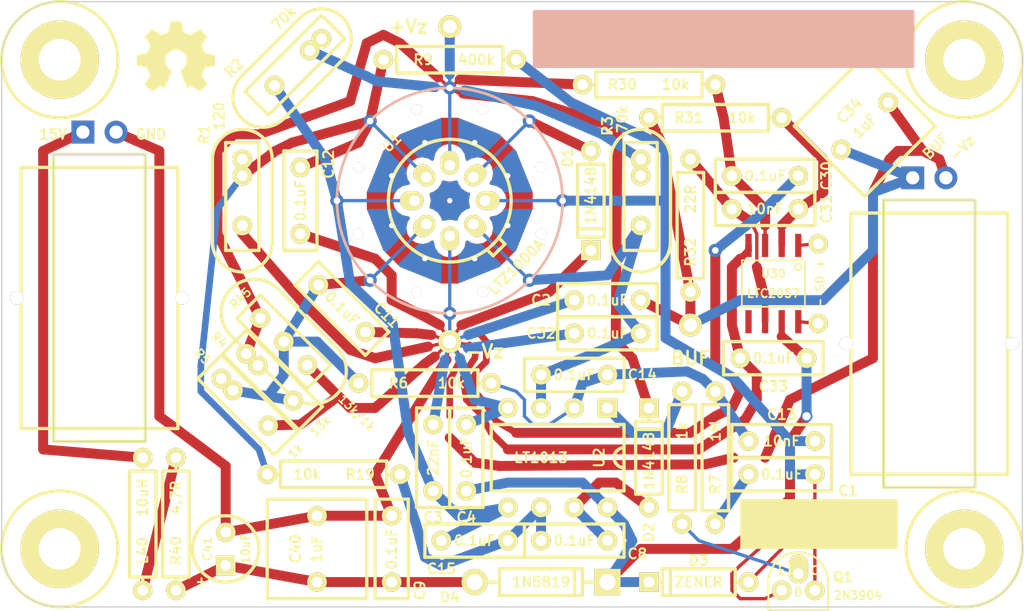
<source format=kicad_pcb>
(kicad_pcb (version 3) (host pcbnew "(22-Jun-2014 BZR 4027)-stable")

  (general
    (links 99)
    (no_connects 2)
    (area 183.133999 65.786 262.001001 114.248001)
    (thickness 1.6)
    (drawings 30)
    (tracks 319)
    (zones 0)
    (modules 71)
    (nets 25)
  )

  (page A3)
  (layers
    (15 F.Cu signal)
    (0 B.Cu signal)
    (16 B.Adhes user)
    (17 F.Adhes user)
    (18 B.Paste user)
    (19 F.Paste user)
    (20 B.SilkS user)
    (21 F.SilkS user)
    (22 B.Mask user)
    (23 F.Mask user)
    (24 Dwgs.User user)
    (25 Cmts.User user)
    (26 Eco1.User user)
    (27 Eco2.User user)
    (28 Edge.Cuts user)
  )

  (setup
    (last_trace_width 0.762)
    (user_trace_width 0.508)
    (user_trace_width 0.762)
    (user_trace_width 1.016)
    (user_trace_width 1.27)
    (user_trace_width 1.524)
    (user_trace_width 1.778)
    (user_trace_width 2.032)
    (user_trace_width 2.286)
    (user_trace_width 2.54)
    (trace_clearance 0.254)
    (zone_clearance 0.508)
    (zone_45_only no)
    (trace_min 0.254)
    (segment_width 0.2)
    (edge_width 0.1)
    (via_size 0.889)
    (via_drill 0.635)
    (via_min_size 0.889)
    (via_min_drill 0.508)
    (user_via 1.016 0.508)
    (uvia_size 0.508)
    (uvia_drill 0.127)
    (uvias_allowed no)
    (uvia_min_size 0.508)
    (uvia_min_drill 0.127)
    (pcb_text_width 0.3)
    (pcb_text_size 1.5 1.5)
    (mod_edge_width 0.254)
    (mod_text_size 1 1)
    (mod_text_width 0.15)
    (pad_size 2.0066 2.0066)
    (pad_drill 1.2192)
    (pad_to_mask_clearance 0)
    (aux_axis_origin 0 0)
    (visible_elements FFFFFFBF)
    (pcbplotparams
      (layerselection 284196865)
      (usegerberextensions true)
      (excludeedgelayer true)
      (linewidth 0.150000)
      (plotframeref false)
      (viasonmask false)
      (mode 1)
      (useauxorigin false)
      (hpglpennumber 1)
      (hpglpenspeed 20)
      (hpglpendiameter 15)
      (hpglpenoverlay 2)
      (psnegative false)
      (psa4output false)
      (plotreference true)
      (plotvalue true)
      (plotothertext true)
      (plotinvisibletext false)
      (padsonsilk false)
      (subtractmaskfromsilk false)
      (outputformat 1)
      (mirror false)
      (drillshape 0)
      (scaleselection 1)
      (outputdirectory gerbers))
  )

  (net 0 "")
  (net 1 15V)
  (net 2 CHASSIS)
  (net 3 H+)
  (net 4 N-000001)
  (net 5 N-0000012)
  (net 6 N-0000013)
  (net 7 N-0000014)
  (net 8 N-0000016)
  (net 9 N-0000017)
  (net 10 N-0000018)
  (net 11 N-0000019)
  (net 12 N-0000020)
  (net 13 N-0000021)
  (net 14 N-0000022)
  (net 15 N-0000023)
  (net 16 N-0000024)
  (net 17 N-0000025)
  (net 18 N-000005)
  (net 19 N-000007)
  (net 20 N-000008)
  (net 21 N-000009)
  (net 22 "Vz+ Buf")
  (net 23 "Vz+ Sense")
  (net 24 "Vz- Sense")

  (net_class Default "This is the default net class."
    (clearance 0.254)
    (trace_width 0.254)
    (via_dia 0.889)
    (via_drill 0.635)
    (uvia_dia 0.508)
    (uvia_drill 0.127)
    (add_net "")
    (add_net 15V)
    (add_net CHASSIS)
    (add_net H+)
    (add_net N-000001)
    (add_net N-0000012)
    (add_net N-0000013)
    (add_net N-0000014)
    (add_net N-0000016)
    (add_net N-0000017)
    (add_net N-0000018)
    (add_net N-0000019)
    (add_net N-0000020)
    (add_net N-0000021)
    (add_net N-0000022)
    (add_net N-0000023)
    (add_net N-0000024)
    (add_net N-0000025)
    (add_net N-000005)
    (add_net N-000007)
    (add_net N-000008)
    (add_net N-000009)
    (add_net "Vz+ Buf")
    (add_net "Vz+ Sense")
    (add_net "Vz- Sense")
  )

  (module TO-92_Q_EBC_059Bo_PL (layer F.Cu) (tedit 5B307162) (tstamp 5A2F2629)
    (at 243.205 112.395 180)
    (descr "TO-92 Transistor, EBC pinout")
    (tags DEV)
    (path /59AF91C4)
    (fp_text reference Q1 (at -4.699 1.016 180) (layer F.SilkS)
      (effects (font (size 0.762 0.762) (thickness 0.1524)))
    )
    (fp_text value 2N3904 (at -5.842 -0.381 180) (layer F.SilkS)
      (effects (font (size 0.635 0.635) (thickness 0.127)))
    )
    (fp_line (start 1.016 0.635) (end 1.016 -1.524) (layer F.SilkS) (width 0.15))
    (fp_line (start 1.016 -1.524) (end -3.556 -1.524) (layer F.SilkS) (width 0.15))
    (fp_line (start -3.556 -1.524) (end -3.556 0.635) (layer F.SilkS) (width 0.15))
    (fp_arc (start -1.27 0.635) (end -1.27 2.921) (angle 90) (layer F.SilkS) (width 0.15))
    (fp_arc (start -1.27 0.635) (end 1.016 0.635) (angle 90) (layer F.SilkS) (width 0.15))
    (fp_text user E (at 0 1.524 180) (layer F.SilkS)
      (effects (font (size 0.635 0.635) (thickness 0.127)))
    )
    (fp_text user B (at -1.27 -0.127 180) (layer F.SilkS)
      (effects (font (size 0.635 0.635) (thickness 0.127)))
    )
    (fp_text user C (at -2.54 1.524 180) (layer F.SilkS)
      (effects (font (size 0.635 0.635) (thickness 0.127)))
    )
    (pad 1 thru_hole circle (at 0 0 180) (size 1.4986 1.4986) (drill 0.8128)
      (layers *.Cu *.Mask F.SilkS)
      (net 3 H+)
    )
    (pad 2 thru_hole oval (at -1.27 1.27 180) (size 1.4986 2.2479) (drill 0.8128 (offset 0 0.37465))
      (layers *.Cu *.Mask F.SilkS)
      (net 15 N-0000023)
    )
    (pad 3 thru_hole circle (at -2.54 0 180) (size 1.4986 1.4986) (drill 0.8128)
      (layers *.Cu *.Mask F.SilkS)
      (net 14 N-0000022)
    )
    (model to-xxx-packages/to92.wrl
      (at (xyz 0 0 0))
      (scale (xyz 1 1 1))
      (rotate (xyz 0 0 0))
    )
  )

  (module R_AXIAL_0W25_059A_PL (layer F.Cu) (tedit 5A777B98) (tstamp 5A2F2686)
    (at 235.585 97.155 270)
    (descr "Resistor Axial 1/4W 0.4\"")
    (tags R)
    (path /59AF91E7)
    (autoplace_cost180 10)
    (fp_text reference R8 (at 7.112 0 270) (layer F.SilkS)
      (effects (font (size 0.762 0.762) (thickness 0.1524)))
    )
    (fp_text value 1k (at 3.048 0 270) (layer F.SilkS)
      (effects (font (size 0.762 0.762) (thickness 0.1524)))
    )
    (fp_line (start 0 0) (end 1.016 0) (layer F.SilkS) (width 0.254))
    (fp_line (start 1.016 0) (end 1.016 -1.016) (layer F.SilkS) (width 0.254))
    (fp_line (start 1.016 -1.016) (end 9.144 -1.016) (layer F.SilkS) (width 0.254))
    (fp_line (start 9.144 -1.016) (end 9.144 1.016) (layer F.SilkS) (width 0.254))
    (fp_line (start 9.144 1.016) (end 1.016 1.016) (layer F.SilkS) (width 0.254))
    (fp_line (start 1.016 1.016) (end 1.016 0) (layer F.SilkS) (width 0.254))
    (fp_line (start 10.16 0) (end 9.144 0) (layer F.SilkS) (width 0.254))
    (pad 1 thru_hole oval (at 0 0 270) (size 1.4986 1.4986) (drill 0.8128)
      (layers *.Cu *.Mask F.SilkS)
      (net 13 N-0000021)
    )
    (pad 2 thru_hole oval (at 10.16 0 270) (size 1.4986 1.4986) (drill 0.8128)
      (layers *.Cu *.Mask F.SilkS)
      (net 15 N-0000023)
    )
    (model discret/resistor.wrl
      (at (xyz 0 0 0))
      (scale (xyz 0.4 0.4 0.4))
      (rotate (xyz 0 0 0))
    )
  )

  (module R_AXIAL_0W25_059A_PL (layer F.Cu) (tedit 53A245D9) (tstamp 5A2F2693)
    (at 238.125 107.315 90)
    (descr "Resistor Axial 1/4W 0.4\"")
    (tags R)
    (path /59AF91FE)
    (autoplace_cost180 10)
    (fp_text reference R7 (at 3.048 0 90) (layer F.SilkS)
      (effects (font (size 0.762 0.762) (thickness 0.1524)))
    )
    (fp_text value 1M (at 7.112 0 90) (layer F.SilkS)
      (effects (font (size 0.762 0.762) (thickness 0.1524)))
    )
    (fp_line (start 0 0) (end 1.016 0) (layer F.SilkS) (width 0.254))
    (fp_line (start 1.016 0) (end 1.016 -1.016) (layer F.SilkS) (width 0.254))
    (fp_line (start 1.016 -1.016) (end 9.144 -1.016) (layer F.SilkS) (width 0.254))
    (fp_line (start 9.144 -1.016) (end 9.144 1.016) (layer F.SilkS) (width 0.254))
    (fp_line (start 9.144 1.016) (end 1.016 1.016) (layer F.SilkS) (width 0.254))
    (fp_line (start 1.016 1.016) (end 1.016 0) (layer F.SilkS) (width 0.254))
    (fp_line (start 10.16 0) (end 9.144 0) (layer F.SilkS) (width 0.254))
    (pad 1 thru_hole oval (at 0 0 90) (size 1.4986 1.4986) (drill 0.8128)
      (layers *.Cu *.Mask F.SilkS)
      (net 12 N-0000020)
    )
    (pad 2 thru_hole oval (at 10.16 0 90) (size 1.4986 1.4986) (drill 0.8128)
      (layers *.Cu *.Mask F.SilkS)
      (net 10 N-0000018)
    )
    (model discret/resistor.wrl
      (at (xyz 0 0 0))
      (scale (xyz 0.4 0.4 0.4))
      (rotate (xyz 0 0 0))
    )
  )

  (module R_AXIAL_0W25_059A_PL (layer F.Cu) (tedit 53A245D9) (tstamp 5A2F26A0)
    (at 210.82 96.52)
    (descr "Resistor Axial 1/4W 0.4\"")
    (tags R)
    (path /59AF9213)
    (autoplace_cost180 10)
    (fp_text reference R6 (at 3.048 0) (layer F.SilkS)
      (effects (font (size 0.762 0.762) (thickness 0.1524)))
    )
    (fp_text value 10k (at 7.112 0) (layer F.SilkS)
      (effects (font (size 0.762 0.762) (thickness 0.1524)))
    )
    (fp_line (start 0 0) (end 1.016 0) (layer F.SilkS) (width 0.254))
    (fp_line (start 1.016 0) (end 1.016 -1.016) (layer F.SilkS) (width 0.254))
    (fp_line (start 1.016 -1.016) (end 9.144 -1.016) (layer F.SilkS) (width 0.254))
    (fp_line (start 9.144 -1.016) (end 9.144 1.016) (layer F.SilkS) (width 0.254))
    (fp_line (start 9.144 1.016) (end 1.016 1.016) (layer F.SilkS) (width 0.254))
    (fp_line (start 1.016 1.016) (end 1.016 0) (layer F.SilkS) (width 0.254))
    (fp_line (start 10.16 0) (end 9.144 0) (layer F.SilkS) (width 0.254))
    (pad 1 thru_hole oval (at 0 0) (size 1.4986 1.4986) (drill 0.8128)
      (layers *.Cu *.Mask F.SilkS)
      (net 18 N-000005)
    )
    (pad 2 thru_hole oval (at 10.16 0) (size 1.4986 1.4986) (drill 0.8128)
      (layers *.Cu *.Mask F.SilkS)
      (net 10 N-0000018)
    )
    (model discret/resistor.wrl
      (at (xyz 0 0 0))
      (scale (xyz 0.4 0.4 0.4))
      (rotate (xyz 0 0 0))
    )
  )

  (module R_AXIAL_0W25_059A_PL (layer F.Cu) (tedit 53A245D9) (tstamp 5A2F26AD)
    (at 212.725 71.755)
    (descr "Resistor Axial 1/4W 0.4\"")
    (tags R)
    (path /59B4D6F1)
    (autoplace_cost180 10)
    (fp_text reference R9 (at 3.048 0) (layer F.SilkS)
      (effects (font (size 0.762 0.762) (thickness 0.1524)))
    )
    (fp_text value 400k (at 7.112 0) (layer F.SilkS)
      (effects (font (size 0.762 0.762) (thickness 0.1524)))
    )
    (fp_line (start 0 0) (end 1.016 0) (layer F.SilkS) (width 0.254))
    (fp_line (start 1.016 0) (end 1.016 -1.016) (layer F.SilkS) (width 0.254))
    (fp_line (start 1.016 -1.016) (end 9.144 -1.016) (layer F.SilkS) (width 0.254))
    (fp_line (start 9.144 -1.016) (end 9.144 1.016) (layer F.SilkS) (width 0.254))
    (fp_line (start 9.144 1.016) (end 1.016 1.016) (layer F.SilkS) (width 0.254))
    (fp_line (start 1.016 1.016) (end 1.016 0) (layer F.SilkS) (width 0.254))
    (fp_line (start 10.16 0) (end 9.144 0) (layer F.SilkS) (width 0.254))
    (pad 1 thru_hole oval (at 0 0) (size 1.4986 1.4986) (drill 0.8128)
      (layers *.Cu *.Mask F.SilkS)
      (net 17 N-0000025)
    )
    (pad 2 thru_hole oval (at 10.16 0) (size 1.4986 1.4986) (drill 0.8128)
      (layers *.Cu *.Mask F.SilkS)
      (net 3 H+)
    )
    (model discret/resistor.wrl
      (at (xyz 0 0 0))
      (scale (xyz 0.4 0.4 0.4))
      (rotate (xyz 0 0 0))
    )
  )

  (module R_AXIAL_0W25_059A_PL (layer F.Cu) (tedit 53A245D9) (tstamp 5A8738A3)
    (at 213.995 103.505 180)
    (descr "Resistor Axial 1/4W 0.4\"")
    (tags R)
    (path /5A2E9981)
    (autoplace_cost180 10)
    (fp_text reference R19 (at 3.048 0 180) (layer F.SilkS)
      (effects (font (size 0.762 0.762) (thickness 0.1524)))
    )
    (fp_text value 10k (at 7.112 0 180) (layer F.SilkS)
      (effects (font (size 0.762 0.762) (thickness 0.1524)))
    )
    (fp_line (start 0 0) (end 1.016 0) (layer F.SilkS) (width 0.254))
    (fp_line (start 1.016 0) (end 1.016 -1.016) (layer F.SilkS) (width 0.254))
    (fp_line (start 1.016 -1.016) (end 9.144 -1.016) (layer F.SilkS) (width 0.254))
    (fp_line (start 9.144 -1.016) (end 9.144 1.016) (layer F.SilkS) (width 0.254))
    (fp_line (start 9.144 1.016) (end 1.016 1.016) (layer F.SilkS) (width 0.254))
    (fp_line (start 1.016 1.016) (end 1.016 0) (layer F.SilkS) (width 0.254))
    (fp_line (start 10.16 0) (end 9.144 0) (layer F.SilkS) (width 0.254))
    (pad 1 thru_hole oval (at 0 0 180) (size 1.4986 1.4986) (drill 0.8128)
      (layers *.Cu *.Mask F.SilkS)
      (net 19 N-000007)
    )
    (pad 2 thru_hole oval (at 10.16 0 180) (size 1.4986 1.4986) (drill 0.8128)
      (layers *.Cu *.Mask F.SilkS)
      (net 17 N-0000025)
    )
    (model discret/resistor.wrl
      (at (xyz 0 0 0))
      (scale (xyz 0.4 0.4 0.4))
      (rotate (xyz 0 0 0))
    )
  )

  (module DIP8_059A_PL (layer F.Cu) (tedit 53A23991) (tstamp 5A2F2FCF)
    (at 229.87 98.425 180)
    (descr "8-lead DIP package")
    (tags DIP)
    (path /59AF9182)
    (fp_text reference U2 (at 0.635 -3.81 270) (layer F.SilkS)
      (effects (font (size 0.762 0.762) (thickness 0.1524)))
    )
    (fp_text value LT1013 (at 5.08 -3.81 180) (layer F.SilkS)
      (effects (font (size 0.762 0.762) (thickness 0.1524)))
    )
    (fp_arc (start -1.27 -3.81) (end -1.27 -4.572) (angle 90) (layer F.SilkS) (width 0.254))
    (fp_arc (start -1.27 -3.81) (end -0.508 -3.81) (angle 90) (layer F.SilkS) (width 0.254))
    (fp_line (start -1.27 -6.35) (end 8.89 -6.35) (layer F.SilkS) (width 0.254))
    (fp_line (start 8.89 -6.35) (end 8.89 -1.27) (layer F.SilkS) (width 0.254))
    (fp_line (start 8.89 -1.27) (end -1.27 -1.27) (layer F.SilkS) (width 0.254))
    (fp_line (start -1.27 -1.27) (end -1.27 -6.35) (layer F.SilkS) (width 0.254))
    (pad 1 thru_hole rect (at 0 0 180) (size 1.4986 1.4986) (drill 0.8128)
      (layers *.Cu *.Mask F.SilkS)
      (net 13 N-0000021)
    )
    (pad 2 thru_hole oval (at 2.54 0 180) (size 1.4986 1.4986) (drill 0.8128)
      (layers *.Cu *.Mask F.SilkS)
      (net 10 N-0000018)
    )
    (pad 3 thru_hole oval (at 5.08 0 180) (size 1.4986 1.4986) (drill 0.8128)
      (layers *.Cu *.Mask F.SilkS)
      (net 16 N-0000024)
    )
    (pad 4 thru_hole oval (at 7.62 0 180) (size 1.4986 1.4986) (drill 0.8128)
      (layers *.Cu *.Mask F.SilkS)
      (net 24 "Vz- Sense")
    )
    (pad 5 thru_hole oval (at 7.62 -7.62 180) (size 1.4986 1.4986) (drill 0.8128)
      (layers *.Cu *.Mask F.SilkS)
      (net 8 N-0000016)
    )
    (pad 6 thru_hole oval (at 5.08 -7.62 180) (size 1.4986 1.4986) (drill 0.8128)
      (layers *.Cu *.Mask F.SilkS)
      (net 19 N-000007)
    )
    (pad 8 thru_hole oval (at 0 -7.62 180) (size 1.4986 1.4986) (drill 0.8128)
      (layers *.Cu *.Mask F.SilkS)
      (net 1 15V)
    )
    (pad 7 thru_hole oval (at 2.54 -7.62 180) (size 1.4986 1.4986) (drill 0.8128)
      (layers *.Cu *.Mask F.SilkS)
      (net 11 N-0000019)
    )
    (model dil/dil_8.wrl
      (at (xyz 0 0 0))
      (scale (xyz 1 1 1))
      (rotate (xyz 0 0 0))
    )
  )

  (module hole_M3 (layer F.Cu) (tedit 5929070A) (tstamp 5A312CA3)
    (at 257.175 71.755)
    (descr "M3 mounting hole")
    (path 1pin)
    (fp_text reference H*** (at 0 -3.048) (layer F.SilkS) hide
      (effects (font (size 1.016 1.016) (thickness 0.254)))
    )
    (fp_text value Val** (at 0 2.794) (layer F.SilkS) hide
      (effects (font (size 1.016 1.016) (thickness 0.254)))
    )
    (fp_circle (center 0 0) (end 4.445 0) (layer F.SilkS) (width 0.254))
    (pad 1 thru_hole circle (at 0 0) (size 6 6) (drill 3.2)
      (layers *.Cu *.Mask F.SilkS)
    )
  )

  (module BOXCAP_01_03_02_059A (layer F.Cu) (tedit 5B307275) (tstamp 5A456C18)
    (at 243.205 103.505)
    (descr "Film Capacitor, 0.2\" pin spacing")
    (tags C)
    (path /59B58E77)
    (fp_text reference C1 (at 5.08 1.27) (layer F.SilkS)
      (effects (font (size 0.762 0.762) (thickness 0.1524)))
    )
    (fp_text value 0.1uF (at 0 0) (layer F.SilkS)
      (effects (font (size 0.762 0.762) (thickness 0.1524)))
    )
    (fp_line (start 3.81 -1.27) (end 3.81 1.27) (layer F.SilkS) (width 0.254))
    (fp_line (start -3.81 -1.27) (end -3.81 1.27) (layer F.SilkS) (width 0.254))
    (fp_line (start 3.81 1.27) (end -3.81 1.27) (layer F.SilkS) (width 0.254))
    (fp_line (start -3.81 -1.27) (end 3.81 -1.27) (layer F.SilkS) (width 0.254))
    (pad 1 thru_hole circle (at -2.54 0) (size 1.4986 1.4986) (drill 0.8128)
      (layers *.Cu *.Mask F.SilkS)
      (net 12 N-0000020)
    )
    (pad 2 thru_hole circle (at 2.54 0) (size 1.4986 1.4986) (drill 0.8128)
      (layers *.Cu *.Mask F.SilkS)
      (net 3 H+)
    )
    (model discret/capa_2pas_5x5mm.wrl
      (at (xyz 0 0 0))
      (scale (xyz 1 1 1))
      (rotate (xyz 0 0 0))
    )
  )

  (module BOXCAP_01_03_02_059A (layer F.Cu) (tedit 5AE60766) (tstamp 5A440AD1)
    (at 229.87 92.71 180)
    (descr "Film Capacitor, 0.2\" pin spacing")
    (tags C)
    (path /5A2E955E)
    (fp_text reference C2 (at 5.08 2.54 180) (layer F.SilkS)
      (effects (font (size 0.762 0.762) (thickness 0.1524)))
    )
    (fp_text value 0.1uF (at 0 0 180) (layer F.SilkS)
      (effects (font (size 0.762 0.762) (thickness 0.1524)))
    )
    (fp_line (start 3.81 -1.27) (end 3.81 1.27) (layer F.SilkS) (width 0.254))
    (fp_line (start -3.81 -1.27) (end -3.81 1.27) (layer F.SilkS) (width 0.254))
    (fp_line (start 3.81 1.27) (end -3.81 1.27) (layer F.SilkS) (width 0.254))
    (fp_line (start -3.81 -1.27) (end 3.81 -1.27) (layer F.SilkS) (width 0.254))
    (pad 1 thru_hole circle (at -2.54 0 180) (size 1.4986 1.4986) (drill 0.8128)
      (layers *.Cu *.Mask F.SilkS)
      (net 16 N-0000024)
    )
    (pad 2 thru_hole circle (at 2.54 0 180) (size 1.4986 1.4986) (drill 0.8128)
      (layers *.Cu *.Mask F.SilkS)
      (net 24 "Vz- Sense")
    )
    (model discret/capa_2pas_5x5mm.wrl
      (at (xyz 0 0 0))
      (scale (xyz 1 1 1))
      (rotate (xyz 0 0 0))
    )
  )

  (module BOXCAP_01_03_02_059A (layer F.Cu) (tedit 5A45E790) (tstamp 5A440B0E)
    (at 216.535 102.235 90)
    (descr "Film Capacitor, 0.2\" pin spacing")
    (tags C)
    (path /5A2E9577)
    (fp_text reference C3 (at -4.572 0 180) (layer F.SilkS)
      (effects (font (size 0.762 0.762) (thickness 0.1524)))
    )
    (fp_text value 22nF (at 0 0 90) (layer F.SilkS)
      (effects (font (size 0.762 0.762) (thickness 0.1524)))
    )
    (fp_line (start 3.81 -1.27) (end 3.81 1.27) (layer F.SilkS) (width 0.254))
    (fp_line (start -3.81 -1.27) (end -3.81 1.27) (layer F.SilkS) (width 0.254))
    (fp_line (start 3.81 1.27) (end -3.81 1.27) (layer F.SilkS) (width 0.254))
    (fp_line (start -3.81 -1.27) (end 3.81 -1.27) (layer F.SilkS) (width 0.254))
    (pad 1 thru_hole circle (at -2.54 0 90) (size 1.4986 1.4986) (drill 0.8128)
      (layers *.Cu *.Mask F.SilkS)
      (net 8 N-0000016)
    )
    (pad 2 thru_hole circle (at 2.54 0 90) (size 1.4986 1.4986) (drill 0.8128)
      (layers *.Cu *.Mask F.SilkS)
      (net 24 "Vz- Sense")
    )
    (model discret/capa_2pas_5x5mm.wrl
      (at (xyz 0 0 0))
      (scale (xyz 1 1 1))
      (rotate (xyz 0 0 0))
    )
  )

  (module BOXCAP_01_03_02_059A (layer F.Cu) (tedit 5A45E786) (tstamp 5A440B44)
    (at 219.075 102.235 90)
    (descr "Film Capacitor, 0.2\" pin spacing")
    (tags C)
    (path /59B58EFF)
    (fp_text reference C4 (at -4.572 0 180) (layer F.SilkS)
      (effects (font (size 0.762 0.762) (thickness 0.1524)))
    )
    (fp_text value 0.1uF (at 0 0 90) (layer F.SilkS)
      (effects (font (size 0.762 0.762) (thickness 0.1524)))
    )
    (fp_line (start 3.81 -1.27) (end 3.81 1.27) (layer F.SilkS) (width 0.254))
    (fp_line (start -3.81 -1.27) (end -3.81 1.27) (layer F.SilkS) (width 0.254))
    (fp_line (start 3.81 1.27) (end -3.81 1.27) (layer F.SilkS) (width 0.254))
    (fp_line (start -3.81 -1.27) (end 3.81 -1.27) (layer F.SilkS) (width 0.254))
    (pad 1 thru_hole circle (at -2.54 0 90) (size 1.4986 1.4986) (drill 0.8128)
      (layers *.Cu *.Mask F.SilkS)
      (net 1 15V)
    )
    (pad 2 thru_hole circle (at 2.54 0 90) (size 1.4986 1.4986) (drill 0.8128)
      (layers *.Cu *.Mask F.SilkS)
      (net 24 "Vz- Sense")
    )
    (model discret/capa_2pas_5x5mm.wrl
      (at (xyz 0 0 0))
      (scale (xyz 1 1 1))
      (rotate (xyz 0 0 0))
    )
  )

  (module BOXCAP_01_03_02_059A (layer F.Cu) (tedit 5A45E7F4) (tstamp 5A440E99)
    (at 227.33 108.585)
    (descr "Film Capacitor, 0.2\" pin spacing")
    (tags C)
    (path /5A2E9A74)
    (fp_text reference C8 (at 4.826 1.016) (layer F.SilkS)
      (effects (font (size 0.762 0.762) (thickness 0.1524)))
    )
    (fp_text value 0.1uF (at 0 0) (layer F.SilkS)
      (effects (font (size 0.762 0.762) (thickness 0.1524)))
    )
    (fp_line (start 3.81 -1.27) (end 3.81 1.27) (layer F.SilkS) (width 0.254))
    (fp_line (start -3.81 -1.27) (end -3.81 1.27) (layer F.SilkS) (width 0.254))
    (fp_line (start 3.81 1.27) (end -3.81 1.27) (layer F.SilkS) (width 0.254))
    (fp_line (start -3.81 -1.27) (end 3.81 -1.27) (layer F.SilkS) (width 0.254))
    (pad 1 thru_hole circle (at -2.54 0) (size 1.4986 1.4986) (drill 0.8128)
      (layers *.Cu *.Mask F.SilkS)
      (net 19 N-000007)
    )
    (pad 2 thru_hole circle (at 2.54 0) (size 1.4986 1.4986) (drill 0.8128)
      (layers *.Cu *.Mask F.SilkS)
      (net 11 N-0000019)
    )
    (model discret/capa_2pas_5x5mm.wrl
      (at (xyz 0 0 0))
      (scale (xyz 1 1 1))
      (rotate (xyz 0 0 0))
    )
  )

  (module BOXCAP_01_03_02_059A (layer F.Cu) (tedit 5A45E82C) (tstamp 5A4708DC)
    (at 209.55 90.805 315)
    (descr "Film Capacitor, 0.2\" pin spacing")
    (tags C)
    (path /5A2E983B)
    (fp_text reference C11 (at 2.783879 -2.065459 315) (layer F.SilkS)
      (effects (font (size 0.762 0.762) (thickness 0.1524)))
    )
    (fp_text value 0.1uF (at 0 0 315) (layer F.SilkS)
      (effects (font (size 0.762 0.762) (thickness 0.1524)))
    )
    (fp_line (start 3.81 -1.27) (end 3.81 1.27) (layer F.SilkS) (width 0.254))
    (fp_line (start -3.81 -1.27) (end -3.81 1.27) (layer F.SilkS) (width 0.254))
    (fp_line (start 3.81 1.27) (end -3.81 1.27) (layer F.SilkS) (width 0.254))
    (fp_line (start -3.81 -1.27) (end 3.81 -1.27) (layer F.SilkS) (width 0.254))
    (pad 1 thru_hole circle (at -2.54 0 315) (size 1.4986 1.4986) (drill 0.8128)
      (layers *.Cu *.Mask F.SilkS)
      (net 18 N-000005)
    )
    (pad 2 thru_hole circle (at 2.54 0 315) (size 1.4986 1.4986) (drill 0.8128)
      (layers *.Cu *.Mask F.SilkS)
      (net 24 "Vz- Sense")
    )
    (model discret/capa_2pas_5x5mm.wrl
      (at (xyz 0 0 0))
      (scale (xyz 1 1 1))
      (rotate (xyz 0 0 0))
    )
  )

  (module BOXCAP_01_03_02_059A (layer F.Cu) (tedit 5A45E824) (tstamp 5A44101E)
    (at 206.375 82.55 270)
    (descr "Film Capacitor, 0.2\" pin spacing")
    (tags C)
    (path /5A2E956D)
    (fp_text reference C12 (at -2.794 -2.159 270) (layer F.SilkS)
      (effects (font (size 0.762 0.762) (thickness 0.1524)))
    )
    (fp_text value 0.1uF (at 0 0 270) (layer F.SilkS)
      (effects (font (size 0.762 0.762) (thickness 0.1524)))
    )
    (fp_line (start 3.81 -1.27) (end 3.81 1.27) (layer F.SilkS) (width 0.254))
    (fp_line (start -3.81 -1.27) (end -3.81 1.27) (layer F.SilkS) (width 0.254))
    (fp_line (start 3.81 1.27) (end -3.81 1.27) (layer F.SilkS) (width 0.254))
    (fp_line (start -3.81 -1.27) (end 3.81 -1.27) (layer F.SilkS) (width 0.254))
    (pad 1 thru_hole circle (at -2.54 0 270) (size 1.4986 1.4986) (drill 0.8128)
      (layers *.Cu *.Mask F.SilkS)
      (net 17 N-0000025)
    )
    (pad 2 thru_hole circle (at 2.54 0 270) (size 1.4986 1.4986) (drill 0.8128)
      (layers *.Cu *.Mask F.SilkS)
      (net 24 "Vz- Sense")
    )
    (model discret/capa_2pas_5x5mm.wrl
      (at (xyz 0 0 0))
      (scale (xyz 1 1 1))
      (rotate (xyz 0 0 0))
    )
  )

  (module BOXCAP_01_03_02_059A (layer F.Cu) (tedit 5A45E7AC) (tstamp 5A456C0D)
    (at 243.205 100.965 180)
    (descr "Film Capacitor, 0.2\" pin spacing")
    (tags C)
    (path /5A2E9CE0)
    (fp_text reference C13 (at 0 2.032 180) (layer F.SilkS)
      (effects (font (size 0.762 0.762) (thickness 0.1524)))
    )
    (fp_text value 10nF (at 0 0 180) (layer F.SilkS)
      (effects (font (size 0.762 0.762) (thickness 0.1524)))
    )
    (fp_line (start 3.81 -1.27) (end 3.81 1.27) (layer F.SilkS) (width 0.254))
    (fp_line (start -3.81 -1.27) (end -3.81 1.27) (layer F.SilkS) (width 0.254))
    (fp_line (start 3.81 1.27) (end -3.81 1.27) (layer F.SilkS) (width 0.254))
    (fp_line (start -3.81 -1.27) (end 3.81 -1.27) (layer F.SilkS) (width 0.254))
    (pad 1 thru_hole circle (at -2.54 0 180) (size 1.4986 1.4986) (drill 0.8128)
      (layers *.Cu *.Mask F.SilkS)
      (net 3 H+)
    )
    (pad 2 thru_hole circle (at 2.54 0 180) (size 1.4986 1.4986) (drill 0.8128)
      (layers *.Cu *.Mask F.SilkS)
      (net 10 N-0000018)
    )
    (model discret/capa_2pas_5x5mm.wrl
      (at (xyz 0 0 0))
      (scale (xyz 1 1 1))
      (rotate (xyz 0 0 0))
    )
  )

  (module BOXCAP_01_03_02_059A (layer F.Cu) (tedit 5A45E7BE) (tstamp 5A441096)
    (at 227.33 95.885 180)
    (descr "Film Capacitor, 0.2\" pin spacing")
    (tags C)
    (path /5A2E9DC5)
    (fp_text reference C14 (at -5.207 0 180) (layer F.SilkS)
      (effects (font (size 0.762 0.762) (thickness 0.1524)))
    )
    (fp_text value 0.1uF (at 0 0 180) (layer F.SilkS)
      (effects (font (size 0.762 0.762) (thickness 0.1524)))
    )
    (fp_line (start 3.81 -1.27) (end 3.81 1.27) (layer F.SilkS) (width 0.254))
    (fp_line (start -3.81 -1.27) (end -3.81 1.27) (layer F.SilkS) (width 0.254))
    (fp_line (start 3.81 1.27) (end -3.81 1.27) (layer F.SilkS) (width 0.254))
    (fp_line (start -3.81 -1.27) (end 3.81 -1.27) (layer F.SilkS) (width 0.254))
    (pad 1 thru_hole circle (at -2.54 0 180) (size 1.4986 1.4986) (drill 0.8128)
      (layers *.Cu *.Mask F.SilkS)
      (net 10 N-0000018)
    )
    (pad 2 thru_hole circle (at 2.54 0 180) (size 1.4986 1.4986) (drill 0.8128)
      (layers *.Cu *.Mask F.SilkS)
      (net 16 N-0000024)
    )
    (model discret/capa_2pas_5x5mm.wrl
      (at (xyz 0 0 0))
      (scale (xyz 1 1 1))
      (rotate (xyz 0 0 0))
    )
  )

  (module BOXCAP_01_03_02_059A (layer F.Cu) (tedit 5A671D05) (tstamp 5A441655)
    (at 219.71 108.585 180)
    (descr "Film Capacitor, 0.2\" pin spacing")
    (tags C)
    (path /5A441649)
    (fp_text reference C15 (at 2.54 -2.159 180) (layer F.SilkS)
      (effects (font (size 0.762 0.762) (thickness 0.1524)))
    )
    (fp_text value 0.1uF (at 0 0 180) (layer F.SilkS)
      (effects (font (size 0.762 0.762) (thickness 0.1524)))
    )
    (fp_line (start 3.81 -1.27) (end 3.81 1.27) (layer F.SilkS) (width 0.254))
    (fp_line (start -3.81 -1.27) (end -3.81 1.27) (layer F.SilkS) (width 0.254))
    (fp_line (start 3.81 1.27) (end -3.81 1.27) (layer F.SilkS) (width 0.254))
    (fp_line (start -3.81 -1.27) (end 3.81 -1.27) (layer F.SilkS) (width 0.254))
    (pad 1 thru_hole circle (at -2.54 0 180) (size 1.4986 1.4986) (drill 0.8128)
      (layers *.Cu *.Mask F.SilkS)
      (net 19 N-000007)
    )
    (pad 2 thru_hole circle (at 2.54 0 180) (size 1.4986 1.4986) (drill 0.8128)
      (layers *.Cu *.Mask F.SilkS)
      (net 8 N-0000016)
    )
    (model discret/capa_2pas_5x5mm.wrl
      (at (xyz 0 0 0))
      (scale (xyz 1 1 1))
      (rotate (xyz 0 0 0))
    )
  )

  (module 1pin_040_069 (layer F.Cu) (tedit 53325090) (tstamp 5A441741)
    (at 217.805 93.345)
    (descr "1 pin, 0.040\" drill, 0.069\" round pad")
    (path /5A4418D5)
    (fp_text reference P5 (at 0 -2.54) (layer F.SilkS) hide
      (effects (font (size 1.016 1.016) (thickness 0.254)))
    )
    (fp_text value CONN_1X1 (at 0 2.54) (layer F.SilkS) hide
      (effects (font (size 1.016 1.016) (thickness 0.254)))
    )
    (pad 1 thru_hole oval (at 0 0) (size 1.7526 1.7526) (drill 1.016)
      (layers *.Cu *.Mask F.SilkS)
      (net 24 "Vz- Sense")
    )
  )

  (module R_BOX_HERMETIC_PL (layer F.Cu) (tedit 5A8616EF) (tstamp 5A45D94E)
    (at 205.74 72.39 225)
    (descr "Fits Vishay foil, Vishay hermetic, and AE foil resistors.  0.15\" and 0.2\" lead spacing.")
    (path /5A2EA5A5)
    (fp_text reference R2 (at 3.14309 3.14309 225) (layer F.SilkS)
      (effects (font (size 0.762 0.762) (thickness 0.1524)))
    )
    (fp_text value 70k (at -2.245064 3.14309 225) (layer F.SilkS)
      (effects (font (size 0.762 0.762) (thickness 0.1524)))
    )
    (fp_line (start 3.81 1.27) (end -4.445 1.27) (layer F.SilkS) (width 0.254))
    (fp_line (start -4.445 -1.27) (end 3.81 -1.27) (layer F.SilkS) (width 0.254))
    (fp_line (start 3.175 2.286) (end -3.175 2.286) (layer F.SilkS) (width 0.254))
    (fp_line (start -3.175 -2.286) (end 3.175 -2.286) (layer F.SilkS) (width 0.254))
    (fp_arc (start 3.175 0) (end 3.175 -2.286) (angle 90) (layer F.SilkS) (width 0.254))
    (fp_arc (start 3.175 0) (end 5.461 0) (angle 90) (layer F.SilkS) (width 0.254))
    (fp_arc (start -3.175 0) (end -3.175 2.286) (angle 90) (layer F.SilkS) (width 0.254))
    (fp_arc (start -3.175 0) (end -5.461 0) (angle 90) (layer F.SilkS) (width 0.254))
    (fp_arc (start 3.175 0) (end 3.175 -2.286) (angle 90) (layer F.SilkS) (width 0.254))
    (fp_line (start 3.81 -1.27) (end 3.81 1.27) (layer F.SilkS) (width 0.254))
    (fp_line (start -4.445 1.27) (end -4.445 -1.27) (layer F.SilkS) (width 0.254))
    (pad 1 thru_hole circle (at -3.175 0 225) (size 1.4986 1.4986) (drill 0.8128)
      (layers *.Cu *.Mask F.SilkS)
      (net 23 "Vz+ Sense")
    )
    (pad 2 thru_hole circle (at 1.905 0 225) (size 1.4986 1.4986) (drill 0.8128)
      (layers *.Cu *.Mask F.SilkS)
      (net 8 N-0000016)
    )
    (pad 1 thru_hole circle (at -1.905 0 225) (size 1.4986 1.4986) (drill 0.8128)
      (layers *.Cu *.Mask F.SilkS)
      (net 23 "Vz+ Sense")
    )
  )

  (module R_BOX_HERMETIC_PL (layer F.Cu) (tedit 5A777CB0) (tstamp 5A45D998)
    (at 201.93 82.55 270)
    (descr "Fits Vishay foil, Vishay hermetic, and AE foil resistors.  0.15\" and 0.2\" lead spacing.")
    (path /5A2EA87D)
    (fp_text reference R1 (at -5.08 2.921 270) (layer F.SilkS)
      (effects (font (size 0.762 0.762) (thickness 0.1524)))
    )
    (fp_text value 120 (at -6.477 1.778 270) (layer F.SilkS)
      (effects (font (size 0.762 0.762) (thickness 0.1524)))
    )
    (fp_line (start 3.81 1.27) (end -4.445 1.27) (layer F.SilkS) (width 0.254))
    (fp_line (start -4.445 -1.27) (end 3.81 -1.27) (layer F.SilkS) (width 0.254))
    (fp_line (start 3.175 2.286) (end -3.175 2.286) (layer F.SilkS) (width 0.254))
    (fp_line (start -3.175 -2.286) (end 3.175 -2.286) (layer F.SilkS) (width 0.254))
    (fp_arc (start 3.175 0) (end 3.175 -2.286) (angle 90) (layer F.SilkS) (width 0.254))
    (fp_arc (start 3.175 0) (end 5.461 0) (angle 90) (layer F.SilkS) (width 0.254))
    (fp_arc (start -3.175 0) (end -3.175 2.286) (angle 90) (layer F.SilkS) (width 0.254))
    (fp_arc (start -3.175 0) (end -5.461 0) (angle 90) (layer F.SilkS) (width 0.254))
    (fp_arc (start 3.175 0) (end 3.175 -2.286) (angle 90) (layer F.SilkS) (width 0.254))
    (fp_line (start 3.81 -1.27) (end 3.81 1.27) (layer F.SilkS) (width 0.254))
    (fp_line (start -4.445 1.27) (end -4.445 -1.27) (layer F.SilkS) (width 0.254))
    (pad 1 thru_hole circle (at -3.175 0 270) (size 1.4986 1.4986) (drill 0.8128)
      (layers *.Cu *.Mask F.SilkS)
      (net 17 N-0000025)
    )
    (pad 2 thru_hole circle (at 1.905 0 270) (size 1.4986 1.4986) (drill 0.8128)
      (layers *.Cu *.Mask F.SilkS)
      (net 24 "Vz- Sense")
    )
    (pad 1 thru_hole circle (at -1.905 0 270) (size 1.4986 1.4986) (drill 0.8128)
      (layers *.Cu *.Mask F.SilkS)
      (net 17 N-0000025)
    )
  )

  (module R_BOX_HERMETIC_PL (layer F.Cu) (tedit 5AE60C03) (tstamp 5A45D9BE)
    (at 232.41 82.55 270)
    (descr "Fits Vishay foil, Vishay hermetic, and AE foil resistors.  0.15\" and 0.2\" lead spacing.")
    (path /5A2EA5C4)
    (fp_text reference R3 (at -5.715 2.54 270) (layer F.SilkS)
      (effects (font (size 0.762 0.762) (thickness 0.1524)))
    )
    (fp_text value 70k (at -6.223 1.397 270) (layer F.SilkS)
      (effects (font (size 0.762 0.762) (thickness 0.1524)))
    )
    (fp_line (start 3.81 1.27) (end -4.445 1.27) (layer F.SilkS) (width 0.254))
    (fp_line (start -4.445 -1.27) (end 3.81 -1.27) (layer F.SilkS) (width 0.254))
    (fp_line (start 3.175 2.286) (end -3.175 2.286) (layer F.SilkS) (width 0.254))
    (fp_line (start -3.175 -2.286) (end 3.175 -2.286) (layer F.SilkS) (width 0.254))
    (fp_arc (start 3.175 0) (end 3.175 -2.286) (angle 90) (layer F.SilkS) (width 0.254))
    (fp_arc (start 3.175 0) (end 5.461 0) (angle 90) (layer F.SilkS) (width 0.254))
    (fp_arc (start -3.175 0) (end -3.175 2.286) (angle 90) (layer F.SilkS) (width 0.254))
    (fp_arc (start -3.175 0) (end -5.461 0) (angle 90) (layer F.SilkS) (width 0.254))
    (fp_arc (start 3.175 0) (end 3.175 -2.286) (angle 90) (layer F.SilkS) (width 0.254))
    (fp_line (start 3.81 -1.27) (end 3.81 1.27) (layer F.SilkS) (width 0.254))
    (fp_line (start -4.445 1.27) (end -4.445 -1.27) (layer F.SilkS) (width 0.254))
    (pad 1 thru_hole circle (at -3.175 0 270) (size 1.4986 1.4986) (drill 0.8128)
      (layers *.Cu *.Mask F.SilkS)
      (net 23 "Vz+ Sense")
    )
    (pad 2 thru_hole circle (at 1.905 0 270) (size 1.4986 1.4986) (drill 0.8128)
      (layers *.Cu *.Mask F.SilkS)
      (net 16 N-0000024)
    )
    (pad 1 thru_hole circle (at -1.905 0 270) (size 1.4986 1.4986) (drill 0.8128)
      (layers *.Cu *.Mask F.SilkS)
      (net 23 "Vz+ Sense")
    )
  )

  (module hole_M3 (layer F.Cu) (tedit 5B2F25B1) (tstamp 5A46A3CB)
    (at 187.96 109.22)
    (descr "M3 mounting hole")
    (path /5A45E067)
    (fp_text reference H1 (at 0 -3.048) (layer F.SilkS) hide
      (effects (font (size 1.016 1.016) (thickness 0.254)))
    )
    (fp_text value HOLE (at 0 2.794) (layer F.SilkS) hide
      (effects (font (size 1.016 1.016) (thickness 0.254)))
    )
    (fp_circle (center 0 0) (end 4.445 0) (layer F.SilkS) (width 0.254))
    (pad 1 thru_hole circle (at 0 0) (size 6 6) (drill 3.2)
      (layers *.Cu *.Mask F.SilkS)
      (net 2 CHASSIS)
    )
  )

  (module 1pin_040_069 (layer F.Cu) (tedit 53325090) (tstamp 5A46A404)
    (at 217.805 69.215)
    (descr "1 pin, 0.040\" drill, 0.069\" round pad")
    (path /59B592BB)
    (fp_text reference P2 (at 0 -2.54) (layer F.SilkS) hide
      (effects (font (size 1.016 1.016) (thickness 0.254)))
    )
    (fp_text value CONN_1X1 (at 0 2.54) (layer F.SilkS) hide
      (effects (font (size 1.016 1.016) (thickness 0.254)))
    )
    (pad 1 thru_hole oval (at 0 0) (size 1.7526 1.7526) (drill 1.016)
      (layers *.Cu *.Mask F.SilkS)
      (net 23 "Vz+ Sense")
    )
  )

  (module SO-8 (layer F.Cu) (tedit 53C4772F) (tstamp 5A45F988)
    (at 242.57 88.9 180)
    (descr SO-8)
    (path /5A45F5DB)
    (attr smd)
    (fp_text reference U30 (at 0 0.762 180) (layer F.SilkS)
      (effects (font (size 0.635 0.635) (thickness 0.127)))
    )
    (fp_text value LTC2057 (at 0 -0.762 180) (layer F.SilkS)
      (effects (font (size 0.635 0.635) (thickness 0.127)))
    )
    (fp_circle (center -1.905 1.27) (end -2.159 1.27) (layer F.SilkS) (width 0.127))
    (fp_line (start 2.413 -1.778) (end 2.413 1.778) (layer F.SilkS) (width 0.127))
    (fp_line (start -2.413 -1.778) (end -2.413 1.778) (layer F.SilkS) (width 0.127))
    (fp_line (start -2.413 1.778) (end 2.413 1.778) (layer F.SilkS) (width 0.127))
    (fp_line (start -2.413 -1.778) (end 2.413 -1.778) (layer F.SilkS) (width 0.127))
    (pad 1 smd rect (at -1.905 2.921 180) (size 0.4826 1.778)
      (layers F.Cu F.Paste F.Mask)
    )
    (pad 2 smd rect (at -0.635 2.921 180) (size 0.4826 1.778)
      (layers F.Cu F.Paste F.Mask)
      (net 5 N-0000012)
    )
    (pad 3 smd rect (at 0.635 2.921 180) (size 0.4826 1.778)
      (layers F.Cu F.Paste F.Mask)
      (net 4 N-000001)
    )
    (pad 4 smd rect (at 1.905 2.921 180) (size 0.4826 1.778)
      (layers F.Cu F.Paste F.Mask)
      (net 24 "Vz- Sense")
    )
    (pad 5 smd rect (at 1.905 -2.921 180) (size 0.4826 1.778)
      (layers F.Cu F.Paste F.Mask)
    )
    (pad 6 smd rect (at 0.635 -2.921 180) (size 0.4826 1.778)
      (layers F.Cu F.Paste F.Mask)
      (net 6 N-0000013)
    )
    (pad 7 smd rect (at -0.635 -2.921 180) (size 0.4826 1.778)
      (layers F.Cu F.Paste F.Mask)
      (net 1 15V)
    )
    (pad 8 smd rect (at -1.905 -2.921 180) (size 0.4826 1.778)
      (layers F.Cu F.Paste F.Mask)
    )
    (model smd/smd_dil/so-8.wrl
      (at (xyz 0 0 0))
      (scale (xyz 1 1 1))
      (rotate (xyz 0 0 0))
    )
  )

  (module R_AXIAL_0W25_059A_PL (layer F.Cu) (tedit 53A245D9) (tstamp 5A45F995)
    (at 227.965 73.66)
    (descr "Resistor Axial 1/4W 0.4\"")
    (tags R)
    (path /5A45F5E8)
    (autoplace_cost180 10)
    (fp_text reference R30 (at 3.048 0) (layer F.SilkS)
      (effects (font (size 0.762 0.762) (thickness 0.1524)))
    )
    (fp_text value 10k (at 7.112 0) (layer F.SilkS)
      (effects (font (size 0.762 0.762) (thickness 0.1524)))
    )
    (fp_line (start 0 0) (end 1.016 0) (layer F.SilkS) (width 0.254))
    (fp_line (start 1.016 0) (end 1.016 -1.016) (layer F.SilkS) (width 0.254))
    (fp_line (start 1.016 -1.016) (end 9.144 -1.016) (layer F.SilkS) (width 0.254))
    (fp_line (start 9.144 -1.016) (end 9.144 1.016) (layer F.SilkS) (width 0.254))
    (fp_line (start 9.144 1.016) (end 1.016 1.016) (layer F.SilkS) (width 0.254))
    (fp_line (start 1.016 1.016) (end 1.016 0) (layer F.SilkS) (width 0.254))
    (fp_line (start 10.16 0) (end 9.144 0) (layer F.SilkS) (width 0.254))
    (pad 1 thru_hole oval (at 0 0) (size 1.4986 1.4986) (drill 0.8128)
      (layers *.Cu *.Mask F.SilkS)
      (net 23 "Vz+ Sense")
    )
    (pad 2 thru_hole oval (at 10.16 0) (size 1.4986 1.4986) (drill 0.8128)
      (layers *.Cu *.Mask F.SilkS)
      (net 4 N-000001)
    )
    (model discret/resistor.wrl
      (at (xyz 0 0 0))
      (scale (xyz 0.4 0.4 0.4))
      (rotate (xyz 0 0 0))
    )
  )

  (module R_AXIAL_0W25_059A_PL (layer F.Cu) (tedit 5A777B6C) (tstamp 5A45F9A2)
    (at 243.205 76.2 180)
    (descr "Resistor Axial 1/4W 0.4\"")
    (tags R)
    (path /5A45F5EE)
    (autoplace_cost180 10)
    (fp_text reference R31 (at 7.112 0 180) (layer F.SilkS)
      (effects (font (size 0.762 0.762) (thickness 0.1524)))
    )
    (fp_text value 10k (at 3.048 0 180) (layer F.SilkS)
      (effects (font (size 0.762 0.762) (thickness 0.1524)))
    )
    (fp_line (start 0 0) (end 1.016 0) (layer F.SilkS) (width 0.254))
    (fp_line (start 1.016 0) (end 1.016 -1.016) (layer F.SilkS) (width 0.254))
    (fp_line (start 1.016 -1.016) (end 9.144 -1.016) (layer F.SilkS) (width 0.254))
    (fp_line (start 9.144 -1.016) (end 9.144 1.016) (layer F.SilkS) (width 0.254))
    (fp_line (start 9.144 1.016) (end 1.016 1.016) (layer F.SilkS) (width 0.254))
    (fp_line (start 1.016 1.016) (end 1.016 0) (layer F.SilkS) (width 0.254))
    (fp_line (start 10.16 0) (end 9.144 0) (layer F.SilkS) (width 0.254))
    (pad 1 thru_hole oval (at 0 0 180) (size 1.4986 1.4986) (drill 0.8128)
      (layers *.Cu *.Mask F.SilkS)
      (net 5 N-0000012)
    )
    (pad 2 thru_hole oval (at 10.16 0 180) (size 1.4986 1.4986) (drill 0.8128)
      (layers *.Cu *.Mask F.SilkS)
      (net 22 "Vz+ Buf")
    )
    (model discret/resistor.wrl
      (at (xyz 0 0 0))
      (scale (xyz 0.4 0.4 0.4))
      (rotate (xyz 0 0 0))
    )
  )

  (module R_AXIAL_0W25_059A_PL (layer F.Cu) (tedit 5A777BCC) (tstamp 5A45F9AF)
    (at 236.22 79.375 270)
    (descr "Resistor Axial 1/4W 0.4\"")
    (tags R)
    (path /5A45F600)
    (autoplace_cost180 10)
    (fp_text reference R32 (at 7.112 0 270) (layer F.SilkS)
      (effects (font (size 0.762 0.762) (thickness 0.1524)))
    )
    (fp_text value 22R (at 3.048 0 270) (layer F.SilkS)
      (effects (font (size 0.762 0.762) (thickness 0.1524)))
    )
    (fp_line (start 0 0) (end 1.016 0) (layer F.SilkS) (width 0.254))
    (fp_line (start 1.016 0) (end 1.016 -1.016) (layer F.SilkS) (width 0.254))
    (fp_line (start 1.016 -1.016) (end 9.144 -1.016) (layer F.SilkS) (width 0.254))
    (fp_line (start 9.144 -1.016) (end 9.144 1.016) (layer F.SilkS) (width 0.254))
    (fp_line (start 9.144 1.016) (end 1.016 1.016) (layer F.SilkS) (width 0.254))
    (fp_line (start 1.016 1.016) (end 1.016 0) (layer F.SilkS) (width 0.254))
    (fp_line (start 10.16 0) (end 9.144 0) (layer F.SilkS) (width 0.254))
    (pad 1 thru_hole oval (at 0 0 270) (size 1.4986 1.4986) (drill 0.8128)
      (layers *.Cu *.Mask F.SilkS)
      (net 6 N-0000013)
    )
    (pad 2 thru_hole oval (at 10.16 0 270) (size 1.4986 1.4986) (drill 0.8128)
      (layers *.Cu *.Mask F.SilkS)
      (net 22 "Vz+ Buf")
    )
    (model discret/resistor.wrl
      (at (xyz 0 0 0))
      (scale (xyz 0.4 0.4 0.4))
      (rotate (xyz 0 0 0))
    )
  )

  (module BOXCAP_01_03_02_059A (layer F.Cu) (tedit 5A460861) (tstamp 5A45F9C5)
    (at 241.935 80.645)
    (descr "Film Capacitor, 0.2\" pin spacing")
    (tags C)
    (path /5A45F5F4)
    (fp_text reference C30 (at 4.699 0 90) (layer F.SilkS)
      (effects (font (size 0.762 0.762) (thickness 0.1524)))
    )
    (fp_text value 0.1uF (at 0 0) (layer F.SilkS)
      (effects (font (size 0.762 0.762) (thickness 0.1524)))
    )
    (fp_line (start 3.81 -1.27) (end 3.81 1.27) (layer F.SilkS) (width 0.254))
    (fp_line (start -3.81 -1.27) (end -3.81 1.27) (layer F.SilkS) (width 0.254))
    (fp_line (start 3.81 1.27) (end -3.81 1.27) (layer F.SilkS) (width 0.254))
    (fp_line (start -3.81 -1.27) (end 3.81 -1.27) (layer F.SilkS) (width 0.254))
    (pad 1 thru_hole circle (at -2.54 0) (size 1.4986 1.4986) (drill 0.8128)
      (layers *.Cu *.Mask F.SilkS)
      (net 4 N-000001)
    )
    (pad 2 thru_hole circle (at 2.54 0) (size 1.4986 1.4986) (drill 0.8128)
      (layers *.Cu *.Mask F.SilkS)
      (net 24 "Vz- Sense")
    )
    (model discret/capa_2pas_5x5mm.wrl
      (at (xyz 0 0 0))
      (scale (xyz 1 1 1))
      (rotate (xyz 0 0 0))
    )
  )

  (module BOXCAP_01_03_02_059A (layer F.Cu) (tedit 5A460865) (tstamp 5A45F9D0)
    (at 241.935 83.185 180)
    (descr "Film Capacitor, 0.2\" pin spacing")
    (tags C)
    (path /5A45F5FA)
    (fp_text reference C31 (at -4.699 0 270) (layer F.SilkS)
      (effects (font (size 0.762 0.762) (thickness 0.1524)))
    )
    (fp_text value 10nF (at 0 0 180) (layer F.SilkS)
      (effects (font (size 0.762 0.762) (thickness 0.1524)))
    )
    (fp_line (start 3.81 -1.27) (end 3.81 1.27) (layer F.SilkS) (width 0.254))
    (fp_line (start -3.81 -1.27) (end -3.81 1.27) (layer F.SilkS) (width 0.254))
    (fp_line (start 3.81 1.27) (end -3.81 1.27) (layer F.SilkS) (width 0.254))
    (fp_line (start -3.81 -1.27) (end 3.81 -1.27) (layer F.SilkS) (width 0.254))
    (pad 1 thru_hole circle (at -2.54 0 180) (size 1.4986 1.4986) (drill 0.8128)
      (layers *.Cu *.Mask F.SilkS)
      (net 5 N-0000012)
    )
    (pad 2 thru_hole circle (at 2.54 0 180) (size 1.4986 1.4986) (drill 0.8128)
      (layers *.Cu *.Mask F.SilkS)
      (net 6 N-0000013)
    )
    (model discret/capa_2pas_5x5mm.wrl
      (at (xyz 0 0 0))
      (scale (xyz 1 1 1))
      (rotate (xyz 0 0 0))
    )
  )

  (module BOXCAP_01_03_02_059A (layer F.Cu) (tedit 5A46084F) (tstamp 5A45F9E6)
    (at 242.57 94.615 180)
    (descr "Film Capacitor, 0.2\" pin spacing")
    (tags C)
    (path /5A45F807)
    (fp_text reference C33 (at 0 -2.159 180) (layer F.SilkS)
      (effects (font (size 0.762 0.762) (thickness 0.1524)))
    )
    (fp_text value 0.1uF (at 0 0 180) (layer F.SilkS)
      (effects (font (size 0.762 0.762) (thickness 0.1524)))
    )
    (fp_line (start 3.81 -1.27) (end 3.81 1.27) (layer F.SilkS) (width 0.254))
    (fp_line (start -3.81 -1.27) (end -3.81 1.27) (layer F.SilkS) (width 0.254))
    (fp_line (start 3.81 1.27) (end -3.81 1.27) (layer F.SilkS) (width 0.254))
    (fp_line (start -3.81 -1.27) (end 3.81 -1.27) (layer F.SilkS) (width 0.254))
    (pad 1 thru_hole circle (at -2.54 0 180) (size 1.4986 1.4986) (drill 0.8128)
      (layers *.Cu *.Mask F.SilkS)
      (net 1 15V)
    )
    (pad 2 thru_hole circle (at 2.54 0 180) (size 1.4986 1.4986) (drill 0.8128)
      (layers *.Cu *.Mask F.SilkS)
      (net 24 "Vz- Sense")
    )
    (model discret/capa_2pas_5x5mm.wrl
      (at (xyz 0 0 0))
      (scale (xyz 1 1 1))
      (rotate (xyz 0 0 0))
    )
  )

  (module 1pin_040_069 (layer F.Cu) (tedit 53325090) (tstamp 5A45F9EB)
    (at 236.22 92.075 90)
    (descr "1 pin, 0.040\" drill, 0.069\" round pad")
    (path /5A45F64B)
    (fp_text reference P3 (at 0 -2.54 90) (layer F.SilkS) hide
      (effects (font (size 1.016 1.016) (thickness 0.254)))
    )
    (fp_text value CONN_1X1 (at 0 2.54 90) (layer F.SilkS) hide
      (effects (font (size 1.016 1.016) (thickness 0.254)))
    )
    (pad 1 thru_hole oval (at 0 0 90) (size 1.7526 1.7526) (drill 1.016)
      (layers *.Cu *.Mask F.SilkS)
      (net 22 "Vz+ Buf")
    )
  )

  (module R_BOX_PL (layer F.Cu) (tedit 5A777AB9) (tstamp 5A671E29)
    (at 204.47 96.52 315)
    (descr "Fits Vishay foil and AE foil resistors.  0.15\" and 0.2\" lead spacing.")
    (path /5A671CA4)
    (fp_text reference R4 (at -5.388154 0.71842 315) (layer F.SilkS)
      (effects (font (size 0.635 0.635) (thickness 0.127)))
    )
    (fp_text value 13k (at 4.759536 -0.089803 405) (layer F.SilkS)
      (effects (font (size 0.635 0.635) (thickness 0.127)))
    )
    (fp_line (start -4.445 1.27) (end 3.81 1.27) (layer F.SilkS) (width 0.254))
    (fp_line (start -4.445 -1.27) (end 3.81 -1.27) (layer F.SilkS) (width 0.254))
    (fp_line (start 3.81 -1.27) (end 3.81 1.27) (layer F.SilkS) (width 0.254))
    (fp_line (start -4.445 1.27) (end -4.445 -1.27) (layer F.SilkS) (width 0.254))
    (pad 1 thru_hole circle (at -3.175 0 315) (size 1.4986 1.4986) (drill 0.8128)
      (layers *.Cu *.Mask F.SilkS)
      (net 23 "Vz+ Sense")
    )
    (pad 2 thru_hole circle (at 1.905 0 315) (size 1.4986 1.4986) (drill 0.8128)
      (layers *.Cu *.Mask F.SilkS)
      (net 18 N-000005)
    )
    (pad 1 thru_hole circle (at -1.905 0 315) (size 1.4986 1.4986) (drill 0.8128)
      (layers *.Cu *.Mask F.SilkS)
      (net 23 "Vz+ Sense")
    )
  )

  (module R_BOX_PL (layer F.Cu) (tedit 5A777AB6) (tstamp 5A671E34)
    (at 202.565 98.425 315)
    (descr "Fits Vishay foil and AE foil resistors.  0.15\" and 0.2\" lead spacing.")
    (path /5A671CAA)
    (fp_text reference R5 (at -5.388154 -0.179605 315) (layer F.SilkS)
      (effects (font (size 0.635 0.635) (thickness 0.127)))
    )
    (fp_text value 1k (at 4.759536 -0.089803 405) (layer F.SilkS)
      (effects (font (size 0.635 0.635) (thickness 0.127)))
    )
    (fp_line (start -4.445 1.27) (end 3.81 1.27) (layer F.SilkS) (width 0.254))
    (fp_line (start -4.445 -1.27) (end 3.81 -1.27) (layer F.SilkS) (width 0.254))
    (fp_line (start 3.81 -1.27) (end 3.81 1.27) (layer F.SilkS) (width 0.254))
    (fp_line (start -4.445 1.27) (end -4.445 -1.27) (layer F.SilkS) (width 0.254))
    (pad 1 thru_hole circle (at -3.175 0 315) (size 1.4986 1.4986) (drill 0.8128)
      (layers *.Cu *.Mask F.SilkS)
      (net 18 N-000005)
    )
    (pad 2 thru_hole circle (at 1.905 0 315) (size 1.4986 1.4986) (drill 0.8128)
      (layers *.Cu *.Mask F.SilkS)
      (net 24 "Vz- Sense")
    )
    (pad 1 thru_hole circle (at -1.905 0 315) (size 1.4986 1.4986) (drill 0.8128)
      (layers *.Cu *.Mask F.SilkS)
      (net 18 N-000005)
    )
  )

  (module R_BOX_DIVIDER_PL (layer F.Cu) (tedit 5A777AC0) (tstamp 5A7775D1)
    (at 205.105 93.345 315)
    (path /5A777CBC)
    (fp_text reference R45 (at -4.669733 0 405) (layer F.SilkS)
      (effects (font (size 0.635 0.635) (thickness 0.127)))
    )
    (fp_text value 13k/1k (at 7.812823 -0.089803 315) (layer F.SilkS)
      (effects (font (size 0.635 0.635) (thickness 0.127)))
    )
    (fp_line (start -3.81 -1.27) (end 3.81 -1.27) (layer F.SilkS) (width 0.254))
    (fp_line (start 3.81 -1.27) (end 3.81 1.27) (layer F.SilkS) (width 0.254))
    (fp_line (start 3.81 1.27) (end -3.81 1.27) (layer F.SilkS) (width 0.254))
    (fp_line (start -3.81 1.27) (end -3.81 -1.27) (layer F.SilkS) (width 0.254))
    (fp_line (start -3.175 2.54) (end 3.175 2.54) (layer F.SilkS) (width 0.254))
    (fp_line (start -3.175 -2.54) (end 3.175 -2.54) (layer F.SilkS) (width 0.254))
    (fp_arc (start 3.175 0) (end 5.715 0) (angle 90) (layer F.SilkS) (width 0.254))
    (fp_arc (start 3.175 0) (end 3.175 -2.54) (angle 90) (layer F.SilkS) (width 0.254))
    (fp_arc (start -3.175 0) (end -5.715 0) (angle 90) (layer F.SilkS) (width 0.254))
    (fp_arc (start -3.175 0) (end -3.175 2.54) (angle 90) (layer F.SilkS) (width 0.254))
    (pad 1 thru_hole circle (at -2.54 0 315) (size 1.4986 1.4986) (drill 0.8128)
      (layers *.Cu *.Mask F.SilkS)
      (net 23 "Vz+ Sense")
    )
    (pad 3 thru_hole circle (at 2.54 0 315) (size 1.4986 1.4986) (drill 0.8128)
      (layers *.Cu *.Mask F.SilkS)
      (net 24 "Vz- Sense")
    )
    (pad 2 thru_hole circle (at 0 0 315) (size 1.4986 1.4986) (drill 0.8128)
      (layers *.Cu *.Mask F.SilkS)
      (net 18 N-000005)
    )
  )

  (module 1pin_032_058 (layer F.Cu) (tedit 5323B8D7) (tstamp 5A8737AB)
    (at 245.999 85.852)
    (descr "1 pin, 0.032\" drill, 0.058\" round pad")
    (path 1pin)
    (fp_text reference H*** (at 0 -2.54) (layer F.SilkS) hide
      (effects (font (size 1.016 1.016) (thickness 0.254)))
    )
    (fp_text value Val** (at 0 2.54) (layer F.SilkS) hide
      (effects (font (size 1.016 1.016) (thickness 0.254)))
    )
    (pad 1 thru_hole oval (at 0 0) (size 1.4732 1.4732) (drill 0.8128)
      (layers *.Cu *.Mask F.SilkS)
    )
  )

  (module 1pin_032_058 (layer F.Cu) (tedit 5323B8D7) (tstamp 5A8737BB)
    (at 245.999 91.948)
    (descr "1 pin, 0.032\" drill, 0.058\" round pad")
    (path 1pin)
    (fp_text reference H*** (at 0 -2.54) (layer F.SilkS) hide
      (effects (font (size 1.016 1.016) (thickness 0.254)))
    )
    (fp_text value Val** (at 0 2.54) (layer F.SilkS) hide
      (effects (font (size 1.016 1.016) (thickness 0.254)))
    )
    (pad 1 thru_hole oval (at 0 0) (size 1.4732 1.4732) (drill 0.8128)
      (layers *.Cu *.Mask F.SilkS)
    )
  )

  (module TO-99_PL (layer F.Cu) (tedit 5AE6092C) (tstamp 5AE41848)
    (at 217.805 82.55 225)
    (path /5A2F2F94)
    (fp_text reference U1 (at 0 6.286179 225) (layer F.SilkS)
      (effects (font (size 0.762 0.762) (thickness 0.1524)))
    )
    (fp_text value LTZ1000A (at 0 -7.184205 225) (layer F.SilkS)
      (effects (font (size 0.762 0.762) (thickness 0.1524)))
    )
    (fp_circle (center 0 0) (end 4.699 0) (layer F.SilkS) (width 0.254))
    (fp_line (start 0.635 -5.334) (end 0.635 -4.699) (layer F.SilkS) (width 0.254))
    (fp_line (start -0.635 -5.334) (end -0.635 -4.699) (layer F.SilkS) (width 0.254))
    (fp_line (start -0.635 -5.334) (end 0.635 -5.334) (layer F.SilkS) (width 0.254))
    (pad 4 thru_hole oval (at 0 2.54 225) (size 1.4224 1.8288) (drill 0.8128 (offset 0 0.2032))
      (layers *.Cu *.Mask F.SilkS)
      (net 17 N-0000025)
    )
    (pad 2 thru_hole oval (at -2.54 0 225) (size 1.8288 1.4224) (drill 0.8128 (offset -0.2032 0))
      (layers *.Cu *.Mask F.SilkS)
      (net 9 N-0000017)
    )
    (pad 1 thru_hole oval (at -1.905 -1.905 180) (size 1.8288 1.4224) (drill 0.8128 (offset -0.2032 0))
      (layers *.Cu *.Mask F.SilkS)
      (net 3 H+)
    )
    (pad 3 thru_hole oval (at -1.905 1.905 270) (size 1.8288 1.4224) (drill 0.8128 (offset -0.2032 0))
      (layers *.Cu *.Mask F.SilkS)
      (net 23 "Vz+ Sense")
    )
    (pad 8 thru_hole oval (at 0 -2.54 225) (size 1.4224 1.8288) (drill 0.8128 (offset 0 -0.2032))
      (layers *.Cu *.Mask F.SilkS)
      (net 16 N-0000024)
    )
    (pad 7 thru_hole oval (at 1.905 -1.905 270) (size 1.8288 1.4224) (drill 0.8128 (offset 0.2032 0))
      (layers *.Cu *.Mask F.SilkS)
      (net 24 "Vz- Sense")
    )
    (pad 6 thru_hole oval (at 2.54 0 225) (size 1.8288 1.4224) (drill 0.8128 (offset 0.2032 0))
      (layers *.Cu *.Mask F.SilkS)
      (net 18 N-000005)
    )
    (pad 5 thru_hole oval (at 1.905 1.905 180) (size 1.8288 1.4224) (drill 0.8128 (offset 0.2032 0))
      (layers *.Cu *.Mask F.SilkS)
      (net 8 N-0000016)
    )
  )

  (module BOXCAP_01_03_02_059A (layer F.Cu) (tedit 5B307115) (tstamp 5AE41A3E)
    (at 213.36 109.22 90)
    (descr "Film Capacitor, 0.2\" pin spacing")
    (tags C)
    (path /5A2EA0E1)
    (fp_text reference C9 (at -3.175 2.159 90) (layer F.SilkS)
      (effects (font (size 0.762 0.762) (thickness 0.1524)))
    )
    (fp_text value 0.1uF (at 0 0 90) (layer F.SilkS)
      (effects (font (size 0.762 0.762) (thickness 0.1524)))
    )
    (fp_line (start 3.81 -1.27) (end 3.81 1.27) (layer F.SilkS) (width 0.254))
    (fp_line (start -3.81 -1.27) (end -3.81 1.27) (layer F.SilkS) (width 0.254))
    (fp_line (start 3.81 1.27) (end -3.81 1.27) (layer F.SilkS) (width 0.254))
    (fp_line (start -3.81 -1.27) (end 3.81 -1.27) (layer F.SilkS) (width 0.254))
    (pad 1 thru_hole circle (at -2.54 0 90) (size 1.4986 1.4986) (drill 0.8128)
      (layers *.Cu *.Mask F.SilkS)
      (net 7 N-0000014)
    )
    (pad 2 thru_hole circle (at 2.54 0 90) (size 1.4986 1.4986) (drill 0.8128)
      (layers *.Cu *.Mask F.SilkS)
      (net 24 "Vz- Sense")
    )
    (model discret/capa_2pas_5x5mm.wrl
      (at (xyz 0 0 0))
      (scale (xyz 1 1 1))
      (rotate (xyz 0 0 0))
    )
  )

  (module BOXCAP_01_03_02_059A (layer F.Cu) (tedit 5AE60774) (tstamp 5AE41A49)
    (at 229.87 90.17 180)
    (descr "Film Capacitor, 0.2\" pin spacing")
    (tags C)
    (path /5A45F643)
    (fp_text reference C32 (at 5.08 -2.54 180) (layer F.SilkS)
      (effects (font (size 0.762 0.762) (thickness 0.1524)))
    )
    (fp_text value 0.1uF (at 0 0 180) (layer F.SilkS)
      (effects (font (size 0.762 0.762) (thickness 0.1524)))
    )
    (fp_line (start 3.81 -1.27) (end 3.81 1.27) (layer F.SilkS) (width 0.254))
    (fp_line (start -3.81 -1.27) (end -3.81 1.27) (layer F.SilkS) (width 0.254))
    (fp_text user Film (at 0 2.159 180) (layer F.SilkS) hide
      (effects (font (size 0.762 0.762) (thickness 0.1524)))
    )
    (fp_line (start 3.81 1.27) (end -3.81 1.27) (layer F.SilkS) (width 0.254))
    (fp_line (start -3.81 -1.27) (end 3.81 -1.27) (layer F.SilkS) (width 0.254))
    (pad 1 thru_hole circle (at -2.54 0 180) (size 1.4986 1.4986) (drill 0.8128)
      (layers *.Cu *.Mask F.SilkS)
      (net 22 "Vz+ Buf")
    )
    (pad 2 thru_hole circle (at 2.54 0 180) (size 1.4986 1.4986) (drill 0.8128)
      (layers *.Cu *.Mask F.SilkS)
      (net 24 "Vz- Sense")
    )
    (model discret/capa_2pas_5x5mm.wrl
      (at (xyz 0 0 0))
      (scale (xyz 1 1 1))
      (rotate (xyz 0 0 0))
    )
  )

  (module Via_016 (layer F.Cu) (tedit 5B2F16A4) (tstamp 5B2F1323)
    (at 217.805 82.55)
    (descr "Via, 0.016\"")
    (path 1pin)
    (fp_text reference H*** (at 0 -0.635) (layer F.SilkS) hide
      (effects (font (size 0.127 0.127) (thickness 0.000001)))
    )
    (fp_text value Val** (at 0 0.635) (layer F.SilkS) hide
      (effects (font (size 0.127 0.127) (thickness 0.000001)))
    )
    (pad ~ thru_hole oval (at 0 0) (size 0.8128 0.8128) (drill 0.4064)
      (layers *.Cu)
      (net 2 CHASSIS)
      (zone_connect 2)
    )
  )

  (module Via_016 (layer F.Cu) (tedit 5B2F16AF) (tstamp 5B2F13D6)
    (at 219.71 78.105)
    (descr "Via, 0.016\"")
    (path 1pin)
    (fp_text reference H*** (at 0 -0.635) (layer F.SilkS) hide
      (effects (font (size 0.127 0.127) (thickness 0.000001)))
    )
    (fp_text value Val** (at 0 0.635) (layer F.SilkS) hide
      (effects (font (size 0.127 0.127) (thickness 0.000001)))
    )
    (pad ~ thru_hole oval (at 0 0) (size 0.8128 0.8128) (drill 0.4064)
      (layers *.Cu)
      (net 2 CHASSIS)
      (zone_connect 2)
    )
  )

  (module Via_016 (layer F.Cu) (tedit 5B2F16B4) (tstamp 5B2F13E2)
    (at 222.25 80.645)
    (descr "Via, 0.016\"")
    (path 1pin)
    (fp_text reference H*** (at 0 -0.635) (layer F.SilkS) hide
      (effects (font (size 0.127 0.127) (thickness 0.000001)))
    )
    (fp_text value Val** (at 0 0.635) (layer F.SilkS) hide
      (effects (font (size 0.127 0.127) (thickness 0.000001)))
    )
    (pad ~ thru_hole oval (at 0 0) (size 0.8128 0.8128) (drill 0.4064)
      (layers *.Cu)
      (net 2 CHASSIS)
      (zone_connect 2)
    )
  )

  (module Via_016 (layer F.Cu) (tedit 5B2F16BA) (tstamp 5B2F13EB)
    (at 222.25 84.455)
    (descr "Via, 0.016\"")
    (path 1pin)
    (fp_text reference H*** (at 0 -0.635) (layer F.SilkS) hide
      (effects (font (size 0.127 0.127) (thickness 0.000001)))
    )
    (fp_text value Val** (at 0 0.635) (layer F.SilkS) hide
      (effects (font (size 0.127 0.127) (thickness 0.000001)))
    )
    (pad ~ thru_hole oval (at 0 0) (size 0.8128 0.8128) (drill 0.4064)
      (layers *.Cu)
      (net 2 CHASSIS)
      (zone_connect 2)
    )
  )

  (module Via_016 (layer F.Cu) (tedit 5B2F16BF) (tstamp 5B2F13F4)
    (at 219.71 86.995)
    (descr "Via, 0.016\"")
    (path 1pin)
    (fp_text reference H*** (at 0 -0.635) (layer F.SilkS) hide
      (effects (font (size 0.127 0.127) (thickness 0.000001)))
    )
    (fp_text value Val** (at 0 0.635) (layer F.SilkS) hide
      (effects (font (size 0.127 0.127) (thickness 0.000001)))
    )
    (pad ~ thru_hole oval (at 0 0) (size 0.8128 0.8128) (drill 0.4064)
      (layers *.Cu)
      (net 2 CHASSIS)
      (zone_connect 2)
    )
  )

  (module Via_016 (layer F.Cu) (tedit 5B2F16C5) (tstamp 5B2F13FD)
    (at 215.9 86.995)
    (descr "Via, 0.016\"")
    (path 1pin)
    (fp_text reference H*** (at 0 -0.635) (layer F.SilkS) hide
      (effects (font (size 0.127 0.127) (thickness 0.000001)))
    )
    (fp_text value Val** (at 0 0.635) (layer F.SilkS) hide
      (effects (font (size 0.127 0.127) (thickness 0.000001)))
    )
    (pad ~ thru_hole oval (at 0 0) (size 0.8128 0.8128) (drill 0.4064)
      (layers *.Cu)
      (net 2 CHASSIS)
      (zone_connect 2)
    )
  )

  (module Via_016 (layer F.Cu) (tedit 5B2F16CB) (tstamp 5B2F1406)
    (at 213.36 84.455)
    (descr "Via, 0.016\"")
    (path 1pin)
    (fp_text reference H*** (at 0 -0.635) (layer F.SilkS) hide
      (effects (font (size 0.127 0.127) (thickness 0.000001)))
    )
    (fp_text value Val** (at 0 0.635) (layer F.SilkS) hide
      (effects (font (size 0.127 0.127) (thickness 0.000001)))
    )
    (pad ~ thru_hole oval (at 0 0) (size 0.8128 0.8128) (drill 0.4064)
      (layers *.Cu)
      (net 2 CHASSIS)
      (zone_connect 2)
    )
  )

  (module Via_016 (layer F.Cu) (tedit 5B2F16D0) (tstamp 5B2F140F)
    (at 213.36 80.645)
    (descr "Via, 0.016\"")
    (path 1pin)
    (fp_text reference H*** (at 0 -0.635) (layer F.SilkS) hide
      (effects (font (size 0.127 0.127) (thickness 0.000001)))
    )
    (fp_text value Val** (at 0 0.635) (layer F.SilkS) hide
      (effects (font (size 0.127 0.127) (thickness 0.000001)))
    )
    (pad ~ thru_hole oval (at 0 0) (size 0.8128 0.8128) (drill 0.4064)
      (layers *.Cu)
      (net 2 CHASSIS)
      (zone_connect 2)
    )
  )

  (module Via_016 (layer F.Cu) (tedit 5B2F167B) (tstamp 5B2F1418)
    (at 215.9 78.105)
    (descr "Via, 0.016\"")
    (path 1pin)
    (fp_text reference H*** (at 0 -0.635) (layer F.SilkS) hide
      (effects (font (size 0.127 0.127) (thickness 0.000001)))
    )
    (fp_text value Val** (at 0 0.635) (layer F.SilkS) hide
      (effects (font (size 0.127 0.127) (thickness 0.000001)))
    )
    (pad ~ thru_hole oval (at 0 0) (size 0.8128 0.8128) (drill 0.4064)
      (layers *.Cu)
      (net 2 CHASSIS)
      (zone_connect 2)
    )
  )

  (module hole_M3 (layer F.Cu) (tedit 5929070A) (tstamp 5B2FE5A6)
    (at 187.96 71.755)
    (descr "M3 mounting hole")
    (path 1pin)
    (fp_text reference H*** (at 0 -3.048) (layer F.SilkS) hide
      (effects (font (size 1.016 1.016) (thickness 0.254)))
    )
    (fp_text value Val** (at 0 2.794) (layer F.SilkS) hide
      (effects (font (size 1.016 1.016) (thickness 0.254)))
    )
    (fp_circle (center 0 0) (end 4.445 0) (layer F.SilkS) (width 0.254))
    (pad 1 thru_hole circle (at 0 0) (size 6 6) (drill 3.2)
      (layers *.Cu *.Mask F.SilkS)
    )
  )

  (module hole_M3 (layer F.Cu) (tedit 5929070A) (tstamp 5B3049BD)
    (at 257.175 109.22)
    (descr "M3 mounting hole")
    (path 1pin)
    (fp_text reference H*** (at 0 -3.048) (layer F.SilkS) hide
      (effects (font (size 1.016 1.016) (thickness 0.254)))
    )
    (fp_text value Val** (at 0 2.794) (layer F.SilkS) hide
      (effects (font (size 1.016 1.016) (thickness 0.254)))
    )
    (fp_circle (center 0 0) (end 4.445 0) (layer F.SilkS) (width 0.254))
    (pad 1 thru_hole circle (at 0 0) (size 6 6) (drill 3.2)
      (layers *.Cu *.Mask F.SilkS)
    )
  )

  (module 1pin_032_058 (layer F.Cu) (tedit 5B2F1F82) (tstamp 5B30ADD3)
    (at 215.265 75.565)
    (descr "1 pin, 0.032\" drill, 0.058\" round pad")
    (path 1pin)
    (fp_text reference H*** (at 0 -2.54) (layer F.SilkS) hide
      (effects (font (size 1.016 1.016) (thickness 0.254)))
    )
    (fp_text value Val** (at 0 2.54) (layer F.SilkS) hide
      (effects (font (size 1.016 1.016) (thickness 0.254)))
    )
    (pad "" thru_hole oval (at 0 0) (size 0.8128 0.8128) (drill 0.8128)
      (layers *.Cu *.Mask F.SilkS)
    )
  )

  (module 1pin_032_058 (layer F.Cu) (tedit 5B2F1F87) (tstamp 5B30ADE7)
    (at 220.345 75.565)
    (descr "1 pin, 0.032\" drill, 0.058\" round pad")
    (path 1pin)
    (fp_text reference H*** (at 0 -2.54) (layer F.SilkS) hide
      (effects (font (size 1.016 1.016) (thickness 0.254)))
    )
    (fp_text value Val** (at 0 2.54) (layer F.SilkS) hide
      (effects (font (size 1.016 1.016) (thickness 0.254)))
    )
    (pad "" thru_hole oval (at 0 0) (size 0.8128 0.8128) (drill 0.8128)
      (layers *.Cu *.Mask F.SilkS)
    )
  )

  (module 1pin_032_058 (layer F.Cu) (tedit 5B2F1F8B) (tstamp 5B30ADF0)
    (at 224.79 80.01)
    (descr "1 pin, 0.032\" drill, 0.058\" round pad")
    (path 1pin)
    (fp_text reference H*** (at 0 -2.54) (layer F.SilkS) hide
      (effects (font (size 1.016 1.016) (thickness 0.254)))
    )
    (fp_text value Val** (at 0 2.54) (layer F.SilkS) hide
      (effects (font (size 1.016 1.016) (thickness 0.254)))
    )
    (pad "" thru_hole oval (at 0 0) (size 0.8128 0.8128) (drill 0.8128)
      (layers *.Cu *.Mask F.SilkS)
    )
  )

  (module 1pin_032_058 (layer F.Cu) (tedit 5B2F1F8F) (tstamp 5B30ADF9)
    (at 224.79 85.09)
    (descr "1 pin, 0.032\" drill, 0.058\" round pad")
    (path 1pin)
    (fp_text reference H*** (at 0 -2.54) (layer F.SilkS) hide
      (effects (font (size 1.016 1.016) (thickness 0.254)))
    )
    (fp_text value Val** (at 0 2.54) (layer F.SilkS) hide
      (effects (font (size 1.016 1.016) (thickness 0.254)))
    )
    (pad "" thru_hole oval (at 0 0) (size 0.8128 0.8128) (drill 0.8128)
      (layers *.Cu *.Mask F.SilkS)
    )
  )

  (module 1pin_032_058 (layer F.Cu) (tedit 5B2F1F94) (tstamp 5B30AE02)
    (at 210.82 80.01)
    (descr "1 pin, 0.032\" drill, 0.058\" round pad")
    (path 1pin)
    (fp_text reference H*** (at 0 -2.54) (layer F.SilkS) hide
      (effects (font (size 1.016 1.016) (thickness 0.254)))
    )
    (fp_text value Val** (at 0 2.54) (layer F.SilkS) hide
      (effects (font (size 1.016 1.016) (thickness 0.254)))
    )
    (pad "" thru_hole oval (at 0 0) (size 0.8128 0.8128) (drill 0.8128)
      (layers *.Cu *.Mask F.SilkS)
    )
  )

  (module 1pin_032_058 (layer F.Cu) (tedit 5B2F1F98) (tstamp 5B30AE0B)
    (at 210.82 85.09)
    (descr "1 pin, 0.032\" drill, 0.058\" round pad")
    (path 1pin)
    (fp_text reference H*** (at 0 -2.54) (layer F.SilkS) hide
      (effects (font (size 1.016 1.016) (thickness 0.254)))
    )
    (fp_text value Val** (at 0 2.54) (layer F.SilkS) hide
      (effects (font (size 1.016 1.016) (thickness 0.254)))
    )
    (pad "" thru_hole oval (at 0 0) (size 0.8128 0.8128) (drill 0.8128)
      (layers *.Cu *.Mask F.SilkS)
    )
  )

  (module 1pin_032_058 (layer F.Cu) (tedit 5B2F1F9C) (tstamp 5B30AE14)
    (at 215.265 89.535)
    (descr "1 pin, 0.032\" drill, 0.058\" round pad")
    (path 1pin)
    (fp_text reference H*** (at 0 -2.54) (layer F.SilkS) hide
      (effects (font (size 1.016 1.016) (thickness 0.254)))
    )
    (fp_text value Val** (at 0 2.54) (layer F.SilkS) hide
      (effects (font (size 1.016 1.016) (thickness 0.254)))
    )
    (pad "" thru_hole oval (at 0 0) (size 0.8128 0.8128) (drill 0.8128)
      (layers *.Cu *.Mask F.SilkS)
    )
  )

  (module 1pin_032_058 (layer F.Cu) (tedit 5B2F1FA3) (tstamp 5B30AE1D)
    (at 220.345 89.535)
    (descr "1 pin, 0.032\" drill, 0.058\" round pad")
    (path 1pin)
    (fp_text reference H*** (at 0 -2.54) (layer F.SilkS) hide
      (effects (font (size 1.016 1.016) (thickness 0.254)))
    )
    (fp_text value Val** (at 0 2.54) (layer F.SilkS) hide
      (effects (font (size 1.016 1.016) (thickness 0.254)))
    )
    (pad "" thru_hole oval (at 0 0) (size 0.8128 0.8128) (drill 0.8128)
      (layers *.Cu *.Mask F.SilkS)
    )
  )

  (module R_AXIAL_0W25_059A_PL (layer F.Cu) (tedit 53A245D9) (tstamp 5B303632)
    (at 196.85 112.395 90)
    (descr "Resistor Axial 1/4W 0.4\"")
    (tags R)
    (path /5B2F283A)
    (autoplace_cost180 10)
    (fp_text reference R40 (at 3.048 0 90) (layer F.SilkS)
      (effects (font (size 0.762 0.762) (thickness 0.1524)))
    )
    (fp_text value 4.7R (at 7.112 0 90) (layer F.SilkS)
      (effects (font (size 0.762 0.762) (thickness 0.1524)))
    )
    (fp_line (start 0 0) (end 1.016 0) (layer F.SilkS) (width 0.254))
    (fp_line (start 1.016 0) (end 1.016 -1.016) (layer F.SilkS) (width 0.254))
    (fp_line (start 1.016 -1.016) (end 9.144 -1.016) (layer F.SilkS) (width 0.254))
    (fp_line (start 9.144 -1.016) (end 9.144 1.016) (layer F.SilkS) (width 0.254))
    (fp_line (start 9.144 1.016) (end 1.016 1.016) (layer F.SilkS) (width 0.254))
    (fp_line (start 1.016 1.016) (end 1.016 0) (layer F.SilkS) (width 0.254))
    (fp_line (start 10.16 0) (end 9.144 0) (layer F.SilkS) (width 0.254))
    (pad 1 thru_hole oval (at 0 0 90) (size 1.4986 1.4986) (drill 0.8128)
      (layers *.Cu *.Mask F.SilkS)
      (net 7 N-0000014)
    )
    (pad 2 thru_hole oval (at 10.16 0 90) (size 1.4986 1.4986) (drill 0.8128)
      (layers *.Cu *.Mask F.SilkS)
      (net 21 N-000009)
    )
    (model discret/resistor.wrl
      (at (xyz 0 0 0))
      (scale (xyz 0.4 0.4 0.4))
      (rotate (xyz 0 0 0))
    )
  )

  (module R_AXIAL_0W25_059A_PL (layer F.Cu) (tedit 53A245D9) (tstamp 5B30363F)
    (at 194.31 112.395 90)
    (descr "Resistor Axial 1/4W 0.4\"")
    (tags R)
    (path /5B2F2872)
    (autoplace_cost180 10)
    (fp_text reference L40 (at 3.048 0 90) (layer F.SilkS)
      (effects (font (size 0.762 0.762) (thickness 0.1524)))
    )
    (fp_text value 10uH (at 7.112 0 90) (layer F.SilkS)
      (effects (font (size 0.762 0.762) (thickness 0.1524)))
    )
    (fp_line (start 0 0) (end 1.016 0) (layer F.SilkS) (width 0.254))
    (fp_line (start 1.016 0) (end 1.016 -1.016) (layer F.SilkS) (width 0.254))
    (fp_line (start 1.016 -1.016) (end 9.144 -1.016) (layer F.SilkS) (width 0.254))
    (fp_line (start 9.144 -1.016) (end 9.144 1.016) (layer F.SilkS) (width 0.254))
    (fp_line (start 9.144 1.016) (end 1.016 1.016) (layer F.SilkS) (width 0.254))
    (fp_line (start 1.016 1.016) (end 1.016 0) (layer F.SilkS) (width 0.254))
    (fp_line (start 10.16 0) (end 9.144 0) (layer F.SilkS) (width 0.254))
    (pad 1 thru_hole oval (at 0 0 90) (size 1.4986 1.4986) (drill 0.8128)
      (layers *.Cu *.Mask F.SilkS)
      (net 21 N-000009)
    )
    (pad 2 thru_hole oval (at 10.16 0 90) (size 1.4986 1.4986) (drill 0.8128)
      (layers *.Cu *.Mask F.SilkS)
      (net 20 N-000008)
    )
    (model discret/resistor.wrl
      (at (xyz 0 0 0))
      (scale (xyz 0.4 0.4 0.4))
      (rotate (xyz 0 0 0))
    )
  )

  (module ferrite_core_20x12_PL (layer F.Cu) (tedit 5B3070D4) (tstamp 5B30364F)
    (at 254.5 93.5 90)
    (path /5B2F3128)
    (fp_text reference P6 (at 0 2.54 90) (layer F.SilkS) hide
      (effects (font (size 0.762 0.762) (thickness 0.1524)))
    )
    (fp_text value CONN_2X1 (at 0 0 90) (layer F.SilkS) hide
      (effects (font (size 0.762 0.762) (thickness 0.1524)))
    )
    (fp_line (start -11 -3.5) (end 11 -3.5) (layer F.SilkS) (width 0.254))
    (fp_line (start 11 -3.5) (end 11 3.5) (layer F.SilkS) (width 0.254))
    (fp_line (start 11 3.5) (end -11 3.5) (layer F.SilkS) (width 0.254))
    (fp_line (start -11 3.5) (end -11 -3.5) (layer F.SilkS) (width 0.254))
    (fp_line (start -10 -6) (end 10 -6) (layer F.SilkS) (width 0.254))
    (fp_line (start 10 -6) (end 10 6) (layer F.SilkS) (width 0.254))
    (fp_line (start 10 6) (end -10 6) (layer F.SilkS) (width 0.254))
    (fp_line (start -10 6) (end -10 -6) (layer F.SilkS) (width 0.254))
    (pad 1 thru_hole rect (at 12.7 -1.27 90) (size 1.7526 1.7526) (drill 1.016)
      (layers *.Cu)
      (net 22 "Vz+ Buf")
    )
    (pad 2 thru_hole oval (at 12.7 1.27 90) (size 1.7526 1.7526) (drill 1.016)
      (layers *.Cu)
      (net 24 "Vz- Sense")
    )
    (pad "" thru_hole oval (at 0 -6.35 90) (size 1.016 1.016) (drill 1.016)
      (layers *.Cu)
    )
    (pad "" thru_hole oval (at 0 6.35 90) (size 1.016 1.016) (drill 1.016)
      (layers *.Cu)
    )
  )

  (module ELCAP_10_20_V_059A (layer F.Cu) (tedit 53A23F6E) (tstamp 5B303657)
    (at 200.66 110.49 90)
    (descr "Electrolytic Capacitor, vertical, 0.1\" pins, 0.2\" body")
    (tags CP)
    (path /5B2F2D96)
    (fp_text reference C41 (at 1.27 -1.397 90) (layer F.SilkS)
      (effects (font (size 0.635 0.635) (thickness 0.127)))
    )
    (fp_text value 10uF (at 1.27 1.524 90) (layer F.SilkS)
      (effects (font (size 0.635 0.635) (thickness 0.127)))
    )
    (fp_text user + (at -1.27 -1.905 90) (layer F.SilkS)
      (effects (font (size 0.762 0.762) (thickness 0.1524)))
    )
    (fp_circle (center 1.27 0) (end 3.81 0) (layer F.SilkS) (width 0.254))
    (pad 1 thru_hole rect (at 0 0 90) (size 1.4986 1.4986) (drill 0.8128)
      (layers *.Cu *.Mask F.SilkS)
      (net 7 N-0000014)
    )
    (pad 2 thru_hole oval (at 2.54 0 90) (size 1.4986 1.4986) (drill 0.8128)
      (layers *.Cu *.Mask F.SilkS)
      (net 24 "Vz- Sense")
    )
    (model discret/c_vert_c2v10.wrl
      (at (xyz 0 0 0))
      (scale (xyz 1 1 1))
      (rotate (xyz 0 0 0))
    )
  )

  (module BOXCAP_02_03_03_059A (layer F.Cu) (tedit 5B30710C) (tstamp 5B303662)
    (at 207.645 109.22 90)
    (descr "Film Capacitor, 0.2\" pin spacing")
    (tags C)
    (path /5B2F2840)
    (fp_text reference C40 (at 0 -1.651 90) (layer F.SilkS)
      (effects (font (size 0.762 0.762) (thickness 0.1524)))
    )
    (fp_text value 1uF (at 0 0 90) (layer F.SilkS)
      (effects (font (size 0.762 0.762) (thickness 0.1524)))
    )
    (fp_line (start -3.81 -3.81) (end -3.81 3.81) (layer F.SilkS) (width 0.254))
    (fp_line (start 3.81 -3.81) (end 3.81 3.81) (layer F.SilkS) (width 0.254))
    (fp_line (start 3.81 3.81) (end -3.81 3.81) (layer F.SilkS) (width 0.254))
    (fp_line (start -3.81 -3.81) (end 3.81 -3.81) (layer F.SilkS) (width 0.254))
    (pad 1 thru_hole circle (at -2.54 0 90) (size 1.4986 1.4986) (drill 0.8128)
      (layers *.Cu *.Mask F.SilkS)
      (net 7 N-0000014)
    )
    (pad 2 thru_hole circle (at 2.54 0 90) (size 1.4986 1.4986) (drill 0.8128)
      (layers *.Cu *.Mask F.SilkS)
      (net 24 "Vz- Sense")
    )
    (model discret/capa_2pas_5x5mm.wrl
      (at (xyz 0 0 0))
      (scale (xyz 1 1 1))
      (rotate (xyz 0 0 0))
    )
  )

  (module DIODE_SS_059A_03_PL (layer F.Cu) (tedit 5B307157) (tstamp 5B3036AF)
    (at 236.855 111.76 180)
    (descr "Small-signal diode, 0.3\"")
    (tags "DIODE DEV")
    (path /5A2F1CDD)
    (fp_text reference D3 (at 0 1.651 180) (layer F.SilkS)
      (effects (font (size 0.762 0.762) (thickness 0.1524)))
    )
    (fp_text value ZENER (at 0 0 180) (layer F.SilkS)
      (effects (font (size 0.762 0.762) (thickness 0.1524)))
    )
    (fp_line (start -2.794 0) (end -3.81 0) (layer F.SilkS) (width 0.254))
    (fp_line (start 2.794 0) (end 3.81 0) (layer F.SilkS) (width 0.254))
    (fp_line (start -2.794 1.016) (end 2.794 1.016) (layer F.SilkS) (width 0.254))
    (fp_line (start 2.794 -1.016) (end -2.794 -1.016) (layer F.SilkS) (width 0.254))
    (fp_line (start 2.159 -1.016) (end 2.159 1.016) (layer F.SilkS) (width 0.254))
    (fp_line (start 2.794 0) (end 2.794 -1.016) (layer F.SilkS) (width 0.254))
    (fp_line (start -2.794 -1.016) (end -2.794 0) (layer F.SilkS) (width 0.254))
    (fp_line (start -2.794 0) (end -2.794 1.016) (layer F.SilkS) (width 0.254))
    (fp_line (start 2.794 1.016) (end 2.794 0) (layer F.SilkS) (width 0.254))
    (pad 2 thru_hole rect (at 3.81 0 180) (size 1.4986 1.4986) (drill 0.8128)
      (layers *.Cu *.Mask F.SilkS)
      (net 1 15V)
    )
    (pad 1 thru_hole oval (at -3.81 0 180) (size 1.4986 1.4986) (drill 0.8128)
      (layers *.Cu *.Mask F.SilkS)
      (net 14 N-0000022)
    )
    (model discret/diode.wrl
      (at (xyz 0 0 0))
      (scale (xyz 0.3 0.3 0.3))
      (rotate (xyz 0 0 0))
    )
  )

  (module DIODE_SS_059A_03_PL (layer F.Cu) (tedit 5B3070F6) (tstamp 5B3036EF)
    (at 228.6 82.55 270)
    (descr "Small-signal diode, 0.3\"")
    (tags "DIODE DEV")
    (path /59AF91A5)
    (fp_text reference D1 (at -3.302 1.778 270) (layer F.SilkS)
      (effects (font (size 0.762 0.762) (thickness 0.1524)))
    )
    (fp_text value 1N4148 (at -0.381 0 270) (layer F.SilkS)
      (effects (font (size 0.762 0.762) (thickness 0.1524)))
    )
    (fp_line (start -2.794 0) (end -3.81 0) (layer F.SilkS) (width 0.254))
    (fp_line (start 2.794 0) (end 3.81 0) (layer F.SilkS) (width 0.254))
    (fp_line (start -2.794 1.016) (end 2.794 1.016) (layer F.SilkS) (width 0.254))
    (fp_line (start 2.794 -1.016) (end -2.794 -1.016) (layer F.SilkS) (width 0.254))
    (fp_line (start 2.159 -1.016) (end 2.159 1.016) (layer F.SilkS) (width 0.254))
    (fp_line (start 2.794 0) (end 2.794 -1.016) (layer F.SilkS) (width 0.254))
    (fp_line (start -2.794 -1.016) (end -2.794 0) (layer F.SilkS) (width 0.254))
    (fp_line (start -2.794 0) (end -2.794 1.016) (layer F.SilkS) (width 0.254))
    (fp_line (start 2.794 1.016) (end 2.794 0) (layer F.SilkS) (width 0.254))
    (pad 2 thru_hole rect (at 3.81 0 270) (size 1.4986 1.4986) (drill 0.8128)
      (layers *.Cu *.Mask F.SilkS)
      (net 24 "Vz- Sense")
    )
    (pad 1 thru_hole oval (at -3.81 0 270) (size 1.4986 1.4986) (drill 0.8128)
      (layers *.Cu *.Mask F.SilkS)
      (net 9 N-0000017)
    )
    (model discret/diode.wrl
      (at (xyz 0 0 0))
      (scale (xyz 0.3 0.3 0.3))
      (rotate (xyz 0 0 0))
    )
  )

  (module DIODE_SS_059A_03_PL (layer F.Cu) (tedit 5B307193) (tstamp 5B303719)
    (at 233.045 102.235 90)
    (descr "Small-signal diode, 0.3\"")
    (tags "DIODE DEV")
    (path /59AF91B7)
    (fp_text reference D2 (at -5.715 0 90) (layer F.SilkS)
      (effects (font (size 0.762 0.762) (thickness 0.1524)))
    )
    (fp_text value 1N4148 (at -0.254 0 90) (layer F.SilkS)
      (effects (font (size 0.762 0.762) (thickness 0.1524)))
    )
    (fp_line (start -2.794 0) (end -3.81 0) (layer F.SilkS) (width 0.254))
    (fp_line (start 2.794 0) (end 3.81 0) (layer F.SilkS) (width 0.254))
    (fp_line (start -2.794 1.016) (end 2.794 1.016) (layer F.SilkS) (width 0.254))
    (fp_line (start 2.794 -1.016) (end -2.794 -1.016) (layer F.SilkS) (width 0.254))
    (fp_line (start 2.159 -1.016) (end 2.159 1.016) (layer F.SilkS) (width 0.254))
    (fp_line (start 2.794 0) (end 2.794 -1.016) (layer F.SilkS) (width 0.254))
    (fp_line (start -2.794 -1.016) (end -2.794 0) (layer F.SilkS) (width 0.254))
    (fp_line (start -2.794 0) (end -2.794 1.016) (layer F.SilkS) (width 0.254))
    (fp_line (start 2.794 1.016) (end 2.794 0) (layer F.SilkS) (width 0.254))
    (pad 2 thru_hole rect (at 3.81 0 90) (size 1.4986 1.4986) (drill 0.8128)
      (layers *.Cu *.Mask F.SilkS)
      (net 23 "Vz+ Sense")
    )
    (pad 1 thru_hole oval (at -3.81 0 90) (size 1.4986 1.4986) (drill 0.8128)
      (layers *.Cu *.Mask F.SilkS)
      (net 11 N-0000019)
    )
    (model discret/diode.wrl
      (at (xyz 0 0 0))
      (scale (xyz 0.3 0.3 0.3))
      (rotate (xyz 0 0 0))
    )
  )

  (module DIODE_1A_069A_04_PL (layer F.Cu) (tedit 5B30714E) (tstamp 5B3037DA)
    (at 224.79 111.76)
    (descr "1 Amp diode, 0.4\"")
    (tags "DIODE DEV")
    (path /5A2E3CB9)
    (fp_text reference D4 (at -6.985 1.143) (layer F.SilkS)
      (effects (font (size 0.762 0.762) (thickness 0.1524)))
    )
    (fp_text value 1N5819 (at 0 0) (layer F.SilkS)
      (effects (font (size 0.762 0.762) (thickness 0.1524)))
    )
    (fp_line (start -5.08 0) (end -3.175 0) (layer F.SilkS) (width 0.254))
    (fp_line (start 3.175 0) (end 5.08 0) (layer F.SilkS) (width 0.254))
    (fp_line (start 2.54 -1.016) (end 2.54 1.016) (layer F.SilkS) (width 0.254))
    (fp_line (start -3.175 1.016) (end 3.175 1.016) (layer F.SilkS) (width 0.254))
    (fp_line (start -3.175 -1.016) (end -3.175 1.016) (layer F.SilkS) (width 0.254))
    (fp_line (start 3.175 -1.016) (end 3.175 1.016) (layer F.SilkS) (width 0.254))
    (fp_line (start -3.175 -1.016) (end 3.175 -1.016) (layer F.SilkS) (width 0.254))
    (pad 2 thru_hole rect (at 5.08 0) (size 2.0066 2.0066) (drill 1.2192)
      (layers *.Cu *.Mask F.SilkS)
      (net 1 15V)
    )
    (pad 1 thru_hole oval (at -5.08 0) (size 2.0066 2.0066) (drill 1.2192)
      (layers *.Cu *.Mask F.SilkS)
      (net 7 N-0000014)
    )
    (model discret/diode.wrl
      (at (xyz 0 0 0))
      (scale (xyz 0.3 0.3 0.3))
      (rotate (xyz 0 0 0))
    )
  )

  (module ferrite_core_20x12_PL (layer F.Cu) (tedit 5B3070C4) (tstamp 5B30397A)
    (at 191 90 90)
    (path /5B2F2828)
    (fp_text reference P1 (at 0 2.54 90) (layer F.SilkS) hide
      (effects (font (size 0.762 0.762) (thickness 0.1524)))
    )
    (fp_text value CONN_2X1 (at 0 0 90) (layer F.SilkS) hide
      (effects (font (size 0.762 0.762) (thickness 0.1524)))
    )
    (fp_line (start -11 -3.5) (end 11 -3.5) (layer F.SilkS) (width 0.254))
    (fp_line (start 11 -3.5) (end 11 3.5) (layer F.SilkS) (width 0.254))
    (fp_line (start 11 3.5) (end -11 3.5) (layer F.SilkS) (width 0.254))
    (fp_line (start -11 3.5) (end -11 -3.5) (layer F.SilkS) (width 0.254))
    (fp_line (start -10 -6) (end 10 -6) (layer F.SilkS) (width 0.254))
    (fp_line (start 10 -6) (end 10 6) (layer F.SilkS) (width 0.254))
    (fp_line (start 10 6) (end -10 6) (layer F.SilkS) (width 0.254))
    (fp_line (start -10 6) (end -10 -6) (layer F.SilkS) (width 0.254))
    (pad 1 thru_hole rect (at 12.7 -1.27 90) (size 1.7526 1.7526) (drill 1.016)
      (layers *.Cu)
      (net 20 N-000008)
    )
    (pad 2 thru_hole oval (at 12.7 1.27 90) (size 1.7526 1.7526) (drill 1.016)
      (layers *.Cu)
      (net 24 "Vz- Sense")
    )
    (pad "" thru_hole oval (at 0 -6.35 90) (size 1.016 1.016) (drill 1.016)
      (layers *.Cu)
    )
    (pad "" thru_hole oval (at 0 6.35 90) (size 1.016 1.016) (drill 1.016)
      (layers *.Cu)
    )
  )

  (module BOXCAP_02_03_03_059A (layer F.Cu) (tedit 5B307093) (tstamp 5B3133FB)
    (at 249.555 76.835 45)
    (descr "Film Capacitor, 0.2\" pin spacing")
    (tags C)
    (path /5B306EAF)
    (fp_text reference C34 (at 0 -1.651 45) (layer F.SilkS)
      (effects (font (size 0.762 0.762) (thickness 0.1524)))
    )
    (fp_text value 1uF (at 0 0 45) (layer F.SilkS)
      (effects (font (size 0.762 0.762) (thickness 0.1524)))
    )
    (fp_line (start -3.81 -3.81) (end -3.81 3.81) (layer F.SilkS) (width 0.254))
    (fp_line (start 3.81 -3.81) (end 3.81 3.81) (layer F.SilkS) (width 0.254))
    (fp_line (start 3.81 3.81) (end -3.81 3.81) (layer F.SilkS) (width 0.254))
    (fp_line (start -3.81 -3.81) (end 3.81 -3.81) (layer F.SilkS) (width 0.254))
    (pad 1 thru_hole circle (at -2.54 0 45) (size 1.4986 1.4986) (drill 0.8128)
      (layers *.Cu *.Mask F.SilkS)
      (net 22 "Vz+ Buf")
    )
    (pad 2 thru_hole circle (at 2.54 0 45) (size 1.4986 1.4986) (drill 0.8128)
      (layers *.Cu *.Mask F.SilkS)
      (net 24 "Vz- Sense")
    )
    (model discret/capa_2pas_5x5mm.wrl
      (at (xyz 0 0 0))
      (scale (xyz 1 1 1))
      (rotate (xyz 0 0 0))
    )
  )

  (module OSHW-logo_silkscreen-front_6mm (layer F.Cu) (tedit 0) (tstamp 5B31FC4D)
    (at 196.85 71.501)
    (fp_text reference G*** (at 0 3.18008) (layer F.SilkS) hide
      (effects (font (size 0.27178 0.27178) (thickness 0.05334)))
    )
    (fp_text value OSHW-logo_silkscreen-front_6mm (at 0 -3.18008) (layer F.SilkS) hide
      (effects (font (size 0.27178 0.27178) (thickness 0.05334)))
    )
    (fp_poly (pts (xy -1.81864 2.69494) (xy -1.78562 2.67716) (xy -1.71704 2.63398) (xy -1.61544 2.56794)
      (xy -1.4986 2.4892) (xy -1.37922 2.40792) (xy -1.28016 2.34188) (xy -1.21158 2.2987)
      (xy -1.18364 2.28346) (xy -1.1684 2.28854) (xy -1.11252 2.31648) (xy -1.03124 2.35966)
      (xy -0.98298 2.38252) (xy -0.90678 2.41554) (xy -0.87122 2.42316) (xy -0.8636 2.413)
      (xy -0.83566 2.35458) (xy -0.79248 2.25552) (xy -0.7366 2.12598) (xy -0.67056 1.97358)
      (xy -0.60198 1.80848) (xy -0.5334 1.64084) (xy -0.46736 1.48336) (xy -0.4064 1.33858)
      (xy -0.36068 1.22174) (xy -0.3302 1.14046) (xy -0.3175 1.1049) (xy -0.32258 1.09728)
      (xy -0.35814 1.06172) (xy -0.42418 1.01346) (xy -0.56642 0.89662) (xy -0.70612 0.72136)
      (xy -0.79248 0.52324) (xy -0.82042 0.30226) (xy -0.79756 0.09906) (xy -0.71628 -0.09652)
      (xy -0.57912 -0.27432) (xy -0.41148 -0.4064) (xy -0.21844 -0.48768) (xy 0 -0.51562)
      (xy 0.20828 -0.49276) (xy 0.40894 -0.41402) (xy 0.58674 -0.2794) (xy 0.6604 -0.19304)
      (xy 0.76454 -0.0127) (xy 0.82296 0.1778) (xy 0.82804 0.22606) (xy 0.82042 0.43688)
      (xy 0.75692 0.64008) (xy 0.6477 0.82042) (xy 0.49276 0.96774) (xy 0.47244 0.98298)
      (xy 0.40132 1.03632) (xy 0.35306 1.07188) (xy 0.31496 1.10236) (xy 0.5842 1.75006)
      (xy 0.62738 1.85166) (xy 0.70104 2.02692) (xy 0.76454 2.17932) (xy 0.81788 2.30124)
      (xy 0.85344 2.38252) (xy 0.86868 2.41554) (xy 0.87122 2.41554) (xy 0.89408 2.42062)
      (xy 0.94234 2.40284) (xy 1.03378 2.35966) (xy 1.0922 2.32918) (xy 1.16078 2.29616)
      (xy 1.19126 2.28346) (xy 1.2192 2.29616) (xy 1.28524 2.33934) (xy 1.37922 2.40538)
      (xy 1.49606 2.48158) (xy 1.60528 2.55778) (xy 1.70688 2.62382) (xy 1.78054 2.67208)
      (xy 1.8161 2.68986) (xy 1.82118 2.68986) (xy 1.8542 2.67208) (xy 1.91262 2.62382)
      (xy 1.99898 2.54) (xy 2.12344 2.41808) (xy 2.14376 2.4003) (xy 2.24536 2.29616)
      (xy 2.32918 2.20726) (xy 2.38506 2.1463) (xy 2.40538 2.11836) (xy 2.40538 2.11836)
      (xy 2.38506 2.0828) (xy 2.33934 2.00914) (xy 2.2733 1.90754) (xy 2.19202 1.78562)
      (xy 1.97612 1.47574) (xy 2.0955 1.18364) (xy 2.13106 1.0922) (xy 2.17678 0.98298)
      (xy 2.2098 0.90678) (xy 2.22758 0.87122) (xy 2.2606 0.86106) (xy 2.33934 0.84074)
      (xy 2.45618 0.81788) (xy 2.59588 0.79248) (xy 2.72796 0.76708) (xy 2.84734 0.74422)
      (xy 2.9337 0.72898) (xy 2.9718 0.72136) (xy 2.98196 0.71374) (xy 2.98958 0.69596)
      (xy 2.99466 0.65532) (xy 2.9972 0.58166) (xy 2.99974 0.46736) (xy 2.99974 0.30226)
      (xy 2.99974 0.28448) (xy 2.9972 0.127) (xy 2.99466 0.00254) (xy 2.98958 -0.07874)
      (xy 2.9845 -0.11176) (xy 2.9845 -0.11176) (xy 2.9464 -0.12192) (xy 2.86258 -0.1397)
      (xy 2.7432 -0.16256) (xy 2.60096 -0.1905) (xy 2.5908 -0.1905) (xy 2.44856 -0.21844)
      (xy 2.33172 -0.24384) (xy 2.2479 -0.26162) (xy 2.21234 -0.27432) (xy 2.20472 -0.28448)
      (xy 2.17678 -0.34036) (xy 2.13614 -0.42672) (xy 2.08788 -0.5334) (xy 2.04216 -0.64516)
      (xy 2.00152 -0.74676) (xy 1.97612 -0.82042) (xy 1.9685 -0.85598) (xy 1.9685 -0.85598)
      (xy 1.98882 -0.889) (xy 2.03708 -0.96266) (xy 2.1082 -1.06426) (xy 2.18948 -1.18618)
      (xy 2.1971 -1.19634) (xy 2.27838 -1.31572) (xy 2.34442 -1.41732) (xy 2.3876 -1.48844)
      (xy 2.40538 -1.52146) (xy 2.40538 -1.524) (xy 2.37744 -1.55956) (xy 2.31648 -1.62814)
      (xy 2.22758 -1.71958) (xy 2.12344 -1.82372) (xy 2.09042 -1.85674) (xy 1.97358 -1.97104)
      (xy 1.8923 -2.0447) (xy 1.8415 -2.08534) (xy 1.81864 -2.0955) (xy 1.8161 -2.09296)
      (xy 1.78054 -2.07264) (xy 1.70434 -2.02184) (xy 1.60274 -1.95326) (xy 1.48082 -1.86944)
      (xy 1.4732 -1.86436) (xy 1.35128 -1.78308) (xy 1.25222 -1.7145) (xy 1.1811 -1.66878)
      (xy 1.15062 -1.651) (xy 1.14554 -1.651) (xy 1.09728 -1.6637) (xy 1.01092 -1.69418)
      (xy 0.90678 -1.73482) (xy 0.79502 -1.778) (xy 0.69342 -1.82118) (xy 0.61976 -1.85674)
      (xy 0.5842 -1.87706) (xy 0.58166 -1.87706) (xy 0.56896 -1.92024) (xy 0.54864 -2.01168)
      (xy 0.52324 -2.1336) (xy 0.4953 -2.28092) (xy 0.49022 -2.30378) (xy 0.46482 -2.44856)
      (xy 0.44196 -2.5654) (xy 0.42418 -2.64668) (xy 0.41656 -2.68224) (xy 0.39624 -2.68478)
      (xy 0.32512 -2.68986) (xy 0.21844 -2.69494) (xy 0.0889 -2.69494) (xy -0.04572 -2.69494)
      (xy -0.1778 -2.6924) (xy -0.28956 -2.68732) (xy -0.37084 -2.68224) (xy -0.4064 -2.67462)
      (xy -0.4064 -2.67208) (xy -0.4191 -2.6289) (xy -0.43942 -2.54) (xy -0.46482 -2.41554)
      (xy -0.49276 -2.26822) (xy -0.49784 -2.24028) (xy -0.52324 -2.09804) (xy -0.54864 -1.9812)
      (xy -0.56642 -1.90246) (xy -0.57404 -1.86944) (xy -0.58674 -1.86436) (xy -0.64516 -1.83642)
      (xy -0.74168 -1.79832) (xy -0.86106 -1.75006) (xy -1.13538 -1.6383) (xy -1.47066 -1.86944)
      (xy -1.50114 -1.88976) (xy -1.62306 -1.97358) (xy -1.72212 -2.03962) (xy -1.79324 -2.0828)
      (xy -1.82118 -2.10058) (xy -1.82372 -2.09804) (xy -1.85674 -2.0701) (xy -1.92278 -2.0066)
      (xy -2.01422 -1.9177) (xy -2.1209 -1.81356) (xy -2.19964 -1.73482) (xy -2.29108 -1.64084)
      (xy -2.3495 -1.57734) (xy -2.38252 -1.5367) (xy -2.39522 -1.5113) (xy -2.39014 -1.49352)
      (xy -2.36982 -1.4605) (xy -2.31902 -1.38684) (xy -2.25044 -1.2827) (xy -2.16916 -1.16586)
      (xy -2.10058 -1.06426) (xy -2.02692 -0.9525) (xy -1.9812 -0.87122) (xy -1.96342 -0.83312)
      (xy -1.9685 -0.81534) (xy -1.99136 -0.7493) (xy -2.032 -0.65024) (xy -2.0828 -0.53086)
      (xy -2.19964 -0.26416) (xy -2.3749 -0.23114) (xy -2.47904 -0.21082) (xy -2.6289 -0.18288)
      (xy -2.77114 -0.15494) (xy -2.99212 -0.11176) (xy -2.99974 0.6985) (xy -2.96418 0.71374)
      (xy -2.93116 0.7239) (xy -2.84988 0.74168) (xy -2.73304 0.76454) (xy -2.59588 0.78994)
      (xy -2.4765 0.8128) (xy -2.35966 0.83566) (xy -2.2733 0.8509) (xy -2.2352 0.85852)
      (xy -2.22758 0.87122) (xy -2.1971 0.92964) (xy -2.15392 1.02108) (xy -2.1082 1.1303)
      (xy -2.05994 1.2446) (xy -2.0193 1.34874) (xy -1.98882 1.43002) (xy -1.97866 1.47066)
      (xy -1.9939 1.50114) (xy -2.03962 1.57226) (xy -2.10566 1.67132) (xy -2.1844 1.78816)
      (xy -2.26568 1.90754) (xy -2.33426 2.0066) (xy -2.38252 2.08026) (xy -2.4003 2.11328)
      (xy -2.39014 2.13614) (xy -2.34442 2.19202) (xy -2.25552 2.28346) (xy -2.12344 2.41554)
      (xy -2.10058 2.43586) (xy -1.99644 2.53746) (xy -1.90754 2.61874) (xy -1.84658 2.67462)
      (xy -1.81864 2.69494)) (layer F.SilkS) (width 0.00254))
  )

  (gr_text BUF (at 254.127 79.248 45) (layer F.SilkS)
    (effects (font (size 0.762 0.762) (thickness 0.1524)) (justify left))
  )
  (gr_text -Vz (at 256.159 79.375 45) (layer F.SilkS)
    (effects (font (size 0.762 0.762) (thickness 0.1524)) (justify left))
  )
  (gr_line (start 251 104.5) (end 251 82.5) (angle 90) (layer Edge.Cuts) (width 0.1))
  (gr_line (start 258 104.5) (end 251 104.5) (angle 90) (layer Edge.Cuts) (width 0.1))
  (gr_line (start 258 82.5) (end 258 104.5) (angle 90) (layer Edge.Cuts) (width 0.1))
  (gr_line (start 251 82.5) (end 258 82.5) (angle 90) (layer Edge.Cuts) (width 0.1))
  (gr_line (start 187.5 101) (end 187.5 79) (angle 90) (layer Edge.Cuts) (width 0.1))
  (gr_line (start 194.5 101) (end 187.5 101) (angle 90) (layer Edge.Cuts) (width 0.1))
  (gr_line (start 194.5 79) (end 194.5 101) (angle 90) (layer Edge.Cuts) (width 0.1))
  (gr_line (start 187.5 79) (end 194.5 79) (angle 90) (layer Edge.Cuts) (width 0.1))
  (gr_line (start 187.96 67.31) (end 257.175 67.31) (angle 90) (layer Edge.Cuts) (width 0.1))
  (gr_line (start 183.515 109.22) (end 183.515 71.755) (angle 90) (layer Edge.Cuts) (width 0.1))
  (gr_line (start 257.175 113.665) (end 187.96 113.665) (angle 90) (layer Edge.Cuts) (width 0.1))
  (gr_line (start 261.62 71.755) (end 261.62 109.22) (angle 90) (layer Edge.Cuts) (width 0.1))
  (gr_arc (start 257.175 109.22) (end 261.62 109.22) (angle 90) (layer Edge.Cuts) (width 0.1))
  (gr_arc (start 257.175 71.755) (end 257.175 67.31) (angle 90) (layer Edge.Cuts) (width 0.1))
  (gr_arc (start 187.96 109.22) (end 187.96 113.665) (angle 90) (layer Edge.Cuts) (width 0.1))
  (gr_arc (start 187.96 71.755) (end 183.515 71.755) (angle 90) (layer Edge.Cuts) (width 0.1))
  (gr_text "- SD +" (at 246.126 88.9 90) (layer F.SilkS)
    (effects (font (size 0.635 0.635) (thickness 0.127)))
  )
  (gr_circle (center 217.805 82.55) (end 226.441 82.55) (layer B.SilkS) (width 0.2))
  (gr_text BUF (at 236.22 94.615) (layer F.SilkS)
    (effects (font (size 1.016 1.016) (thickness 0.2032)))
  )
  (gr_circle (center 217.805 82.55) (end 226.441 82.55) (layer F.SilkS) (width 0.2))
  (gr_text github.com/pepaslabs/px-ref (at 225.425 71.501) (layer F.SilkS)
    (effects (font (size 0.762 0.762) (thickness 0.1524)) (justify left))
  )
  (gr_text v2.5 (at 235.966 69.977) (layer F.SilkS)
    (effects (font (size 0.762 0.762) (thickness 0.1524)) (justify left))
  )
  (gr_text "LTZ1000 7V reference" (at 239.522 69.977) (layer F.SilkS)
    (effects (font (size 0.762 0.762) (thickness 0.1778)) (justify left))
  )
  (gr_text "PX Ref" (at 225.298 69.342) (layer F.SilkS)
    (effects (font (size 2.032 2.032) (thickness 0.4064)) (justify left))
  )
  (gr_text GND (at 193.675 77.47) (layer F.SilkS)
    (effects (font (size 0.762 0.762) (thickness 0.1524)) (justify left))
  )
  (gr_text 15V (at 188.595 77.47) (layer F.SilkS)
    (effects (font (size 0.762 0.762) (thickness 0.1524)) (justify right))
  )
  (gr_text -Vz (at 220.472 94.107) (layer F.SilkS)
    (effects (font (size 1.016 1.016) (thickness 0.2032)))
  )
  (gr_text +Vz (at 214.63 69.215) (layer F.SilkS)
    (effects (font (size 1.016 1.016) (thickness 0.2032)))
  )

  (segment (start 244.475 91.821) (end 245.999 91.948) (width 0.254) (layer F.Cu) (net 0) (tstamp 5A8737CA))
  (segment (start 244.475 85.979) (end 245.999 85.852) (width 0.254) (layer F.Cu) (net 0) (tstamp 5A8737C7))
  (segment (start 243.84 100.965) (end 245.11 99.06) (width 0.762) (layer F.Cu) (net 1) (tstamp 5B306377))
  (segment (start 229.87 111.76) (end 232.41 109.22) (width 0.762) (layer F.Cu) (net 1) (tstamp 5A467320) (status 10))
  (segment (start 243.84 105.41) (end 243.84 100.965) (width 0.762) (layer F.Cu) (net 1) (tstamp 5A467324))
  (segment (start 239.395 109.22) (end 243.84 105.41) (width 0.762) (layer F.Cu) (net 1) (tstamp 5A467322))
  (segment (start 232.41 109.22) (end 239.395 109.22) (width 0.762) (layer F.Cu) (net 1) (tstamp 5A467321))
  (segment (start 245.11 99.06) (end 245.11 94.615) (width 0.762) (layer B.Cu) (net 1) (tstamp 5B30637E))
  (via (at 245.11 99.06) (size 0.889) (layers F.Cu B.Cu) (net 1))
  (segment (start 245.11 94.615) (end 245.11 94.615) (width 0.762) (layer F.Cu) (net 1) (tstamp 5A46732A) (status 20))
  (segment (start 243.205 92.71) (end 243.205 92.964) (width 0.508) (layer F.Cu) (net 1) (tstamp 5A460443) (status 10))
  (segment (start 243.205 92.964) (end 245.11 94.615) (width 0.762) (layer F.Cu) (net 1) (tstamp 5A46043A) (status 20))
  (segment (start 227.33 104.14) (end 227.965 104.14) (width 0.762) (layer B.Cu) (net 1) (tstamp 5A456635))
  (segment (start 222.25 104.14) (end 227.33 104.14) (width 0.762) (layer B.Cu) (net 1) (tstamp 5A45662D))
  (segment (start 219.075 104.775) (end 222.25 104.14) (width 0.762) (layer B.Cu) (net 1) (tstamp 5A45662A))
  (segment (start 227.965 104.14) (end 229.87 106.045) (width 0.762) (layer B.Cu) (net 1) (tstamp 5A45663A))
  (segment (start 229.87 106.045) (end 231.14 107.315) (width 0.762) (layer B.Cu) (net 1) (tstamp 5A4565E2))
  (segment (start 231.14 109.855) (end 229.87 111.76) (width 0.762) (layer B.Cu) (net 1) (tstamp 5A4565EF) (status 20))
  (segment (start 231.775 108.585) (end 231.14 109.855) (width 0.762) (layer B.Cu) (net 1) (tstamp 5A4565E6))
  (segment (start 231.14 107.315) (end 231.775 108.585) (width 0.762) (layer B.Cu) (net 1) (tstamp 5A4565E5))
  (segment (start 229.87 111.76) (end 233.045 111.76) (width 0.762) (layer B.Cu) (net 1) (status 10))
  (segment (start 243.205 112.395) (end 241.935 113.03) (width 0.254) (layer F.Cu) (net 3) (tstamp 5B306A59))
  (segment (start 245.745 105.41) (end 245.745 103.505) (width 0.254) (layer F.Cu) (net 3) (tstamp 5B306A61))
  (segment (start 240.03 110.49) (end 245.745 105.41) (width 0.254) (layer F.Cu) (net 3) (tstamp 5B306A60))
  (segment (start 239.395 111.125) (end 240.03 110.49) (width 0.254) (layer F.Cu) (net 3) (tstamp 5B306A5F))
  (segment (start 239.395 111.76) (end 239.395 111.125) (width 0.254) (layer F.Cu) (net 3) (tstamp 5B306A5E))
  (segment (start 239.395 112.395) (end 239.395 111.76) (width 0.254) (layer F.Cu) (net 3) (tstamp 5B306A5D))
  (segment (start 240.03 113.03) (end 239.395 112.395) (width 0.254) (layer F.Cu) (net 3) (tstamp 5B306A5C))
  (segment (start 241.935 113.03) (end 240.03 113.03) (width 0.254) (layer F.Cu) (net 3) (tstamp 5B306A5A))
  (segment (start 243.84 100.965) (end 239.522 96.139) (width 0.762) (layer B.Cu) (net 3) (tstamp 5A467340))
  (segment (start 234.315 86.995) (end 234.315 93.072857) (width 0.762) (layer B.Cu) (net 3) (tstamp 5A456A89))
  (segment (start 234.315 86.995) (end 234.315 82.55) (width 0.762) (layer B.Cu) (net 3) (tstamp 5A456A7A))
  (segment (start 239.522 96.139) (end 234.315 93.072857) (width 0.762) (layer B.Cu) (net 3) (tstamp 5A457AF3))
  (segment (start 243.84 103.505) (end 245.745 103.505) (width 0.762) (layer B.Cu) (net 3) (tstamp 5A46733C))
  (segment (start 243.84 103.505) (end 243.84 100.965) (width 0.762) (layer B.Cu) (net 3) (tstamp 5A46733A))
  (segment (start 243.84 100.965) (end 245.745 100.965) (width 0.762) (layer B.Cu) (net 3) (tstamp 5A467337))
  (segment (start 234.315 82.55) (end 234.315 82.55) (width 0.762) (layer B.Cu) (net 3) (tstamp 5A457D97))
  (segment (start 234.315 82.55) (end 234.315 78.74) (width 0.762) (layer B.Cu) (net 3) (tstamp 5A457D98))
  (segment (start 234.315 78.74) (end 233.569004 78.086125) (width 0.762) (layer B.Cu) (net 3) (tstamp 5A457D9B))
  (segment (start 233.569004 78.086125) (end 227.096515 75.030623) (width 0.762) (layer B.Cu) (net 3) (tstamp 5AE60ACC))
  (segment (start 227.096515 75.030623) (end 222.885 71.755) (width 0.762) (layer B.Cu) (net 3) (tstamp 5AE60A6C))
  (segment (start 220.319472 82.55) (end 226.441 82.55) (width 0.254) (layer B.Cu) (net 3) (tstamp 5A457CFD))
  (via (at 226.441 82.55) (size 1.016) (drill 0.508) (layers F.Cu B.Cu) (net 3))
  (segment (start 226.441 82.55) (end 234.315 82.55) (width 0.762) (layer B.Cu) (net 3) (tstamp 5A456A6D))
  (segment (start 234.315 82.55) (end 234.315 82.55) (width 0.762) (layer B.Cu) (net 3) (tstamp 5A456A79))
  (segment (start 234.315 82.55) (end 234.315 82.55) (width 0.762) (layer B.Cu) (net 3) (tstamp 5A456A6E))
  (segment (start 226.695 82.55) (end 226.441 82.55) (width 0.254) (layer B.Cu) (net 3))
  (segment (start 238.125 73.66) (end 238.76 76.2) (width 0.762) (layer F.Cu) (net 4) (tstamp 5A86D2E4))
  (segment (start 238.76 76.2) (end 239.395 80.645) (width 0.762) (layer F.Cu) (net 4) (tstamp 5A469781) (status 20))
  (segment (start 241.935 85.979) (end 241.935 84.455) (width 0.254) (layer F.Cu) (net 4) (tstamp 5A46071D) (status 10))
  (segment (start 241.935 83.185) (end 239.395 80.645) (width 0.762) (layer F.Cu) (net 4) (tstamp 5A4606F0) (status 20))
  (segment (start 241.935 83.185) (end 241.935 84.455) (width 0.762) (layer F.Cu) (net 4) (tstamp 5A4606F2))
  (segment (start 241.935 84.455) (end 241.935 84.455) (width 0.254) (layer F.Cu) (net 4) (tstamp 5A467442))
  (segment (start 241.935 84.455) (end 241.935 84.455) (width 0.254) (layer F.Cu) (net 4) (tstamp 5A460717))
  (segment (start 243.205 76.2) (end 246.38 79.375) (width 0.762) (layer F.Cu) (net 5) (tstamp 5B3133EA))
  (segment (start 246.38 81.915) (end 244.475 83.185) (width 0.762) (layer F.Cu) (net 5) (tstamp 5B3133EC))
  (segment (start 246.38 79.375) (end 246.38 81.915) (width 0.762) (layer F.Cu) (net 5) (tstamp 5B3133EB))
  (segment (start 243.205 85.979) (end 243.205 84.455) (width 0.508) (layer F.Cu) (net 5) (tstamp 5A4604E6) (status 10))
  (segment (start 243.205 84.455) (end 244.475 83.185) (width 0.762) (layer F.Cu) (net 5) (tstamp 5A4604DF) (status 20))
  (segment (start 236.22 79.375) (end 239.395 83.185) (width 0.762) (layer F.Cu) (net 6) (tstamp 5A46978C) (status 20))
  (segment (start 241.3 87.63) (end 241.3 85.09) (width 0.254) (layer F.Cu) (net 6) (tstamp 5A46743C))
  (segment (start 241.935 91.821) (end 241.935 89.535) (width 0.508) (layer F.Cu) (net 6) (tstamp 5A460584) (status 10))
  (segment (start 241.3 87.63) (end 241.935 90.17) (width 0.762) (layer F.Cu) (net 6) (tstamp 5A460582))
  (segment (start 241.935 90.17) (end 241.935 89.535) (width 0.508) (layer F.Cu) (net 6) (tstamp 5A467453))
  (segment (start 241.3 85.09) (end 240.860385 84.161923) (width 0.254) (layer F.Cu) (net 6) (tstamp 5A46743D))
  (segment (start 240.860385 84.161923) (end 239.395 83.185) (width 0.762) (layer F.Cu) (net 6) (tstamp 5A467448) (status 20))
  (segment (start 213.36 111.76) (end 219.71 111.76) (width 0.762) (layer F.Cu) (net 7) (tstamp 5B3046EA))
  (segment (start 207.645 111.76) (end 213.36 111.76) (width 0.762) (layer F.Cu) (net 7) (tstamp 5B3046DB))
  (segment (start 200.66 110.49) (end 207.645 111.76) (width 0.762) (layer F.Cu) (net 7) (tstamp 5B3046D2))
  (segment (start 196.85 112.395) (end 200.66 110.49) (width 0.762) (layer F.Cu) (net 7) (tstamp 5B3046CA))
  (segment (start 219.71 111.76) (end 219.71 111.76) (width 0.762) (layer B.Cu) (net 7) (tstamp 5A456580) (status 30))
  (segment (start 209.169 82.55) (end 208.28 79.375) (width 0.762) (layer B.Cu) (net 8) (tstamp 5A4708BA) (status 20))
  (segment (start 208.28 79.375) (end 204.392962 73.737038) (width 0.762) (layer B.Cu) (net 8) (tstamp 5A777DC0) (status 20))
  (via (at 209.169 82.55) (size 1.016) (drill 0.508) (layers F.Cu B.Cu) (net 8))
  (segment (start 215.290528 82.55) (end 209.169 82.55) (width 0.254) (layer B.Cu) (net 8) (tstamp 5A457D1A))
  (segment (start 214.63 100.33) (end 216.535 104.775) (width 0.762) (layer B.Cu) (net 8) (tstamp 5A4571D5))
  (segment (start 210.185 88.9) (end 213.437514 91.993502) (width 0.762) (layer B.Cu) (net 8) (tstamp 5A457E4F))
  (segment (start 213.437514 91.993502) (end 214.63 100.33) (width 0.762) (layer B.Cu) (net 8) (tstamp 5A457E59))
  (segment (start 209.169 82.55) (end 210.185 88.9) (width 0.762) (layer B.Cu) (net 8) (tstamp 5A457E4D))
  (segment (start 222.25 106.045) (end 218.44 106.68) (width 0.762) (layer B.Cu) (net 8) (tstamp 5A456D5A))
  (segment (start 218.44 106.68) (end 216.535 104.775) (width 0.762) (layer B.Cu) (net 8) (tstamp 5A456D5D))
  (segment (start 222.25 106.045) (end 217.17 108.585) (width 0.762) (layer B.Cu) (net 8) (tstamp 5A456613))
  (segment (start 219.601051 80.753949) (end 223.901 76.454) (width 0.254) (layer B.Cu) (net 9) (tstamp 5A457CF0))
  (segment (start 223.901 76.454) (end 228.6 78.74) (width 0.762) (layer F.Cu) (net 9) (tstamp 5A457A37))
  (via (at 223.901 76.454) (size 1.016) (drill 0.508) (layers F.Cu B.Cu) (net 9))
  (segment (start 229.87 95.885) (end 235.966 95.631) (width 0.762) (layer B.Cu) (net 10) (tstamp 5A457B6D))
  (segment (start 237.1725 96.2025) (end 238.125 97.155) (width 0.762) (layer B.Cu) (net 10) (tstamp 5A457B71))
  (segment (start 235.966 95.631) (end 237.1725 96.2025) (width 0.762) (layer B.Cu) (net 10) (tstamp 5A457B6F))
  (segment (start 238.125 97.155) (end 240.665 100.965) (width 0.762) (layer B.Cu) (net 10) (tstamp 5A457843) (status 20))
  (segment (start 220.98 96.52) (end 222.885 97.155) (width 0.254) (layer B.Cu) (net 10) (tstamp 5A457291))
  (segment (start 225.425 99.695) (end 227.33 98.425) (width 0.254) (layer B.Cu) (net 10) (tstamp 5A457297))
  (segment (start 224.155 99.695) (end 225.425 99.695) (width 0.254) (layer B.Cu) (net 10) (tstamp 5A457296))
  (segment (start 223.52 99.06) (end 224.155 99.695) (width 0.254) (layer B.Cu) (net 10) (tstamp 5A457295))
  (segment (start 223.52 97.79) (end 223.52 99.06) (width 0.254) (layer B.Cu) (net 10) (tstamp 5A457294))
  (segment (start 222.885 97.155) (end 223.52 97.79) (width 0.254) (layer B.Cu) (net 10) (tstamp 5A457293))
  (segment (start 227.33 98.425) (end 227.965 96.52) (width 0.762) (layer B.Cu) (net 10) (tstamp 5A456776))
  (segment (start 227.965 96.52) (end 229.87 95.885) (width 0.762) (layer B.Cu) (net 10) (tstamp 5A45677D))
  (segment (start 227.33 106.045) (end 229.235 104.14) (width 0.762) (layer F.Cu) (net 11) (tstamp 5A457B90))
  (segment (start 230.505 104.14) (end 233.045 106.045) (width 0.762) (layer F.Cu) (net 11) (tstamp 5A457B92))
  (segment (start 229.235 104.14) (end 230.505 104.14) (width 0.762) (layer F.Cu) (net 11) (tstamp 5A457B91))
  (segment (start 229.87 108.585) (end 227.33 106.045) (width 0.762) (layer B.Cu) (net 11) (tstamp 5A456606))
  (segment (start 238.125 107.315) (end 240.665 103.505) (width 0.762) (layer B.Cu) (net 12) (tstamp 5A457847) (status 20))
  (segment (start 229.87 98.425) (end 231.775 100.33) (width 0.762) (layer B.Cu) (net 13) (tstamp 5A457BBF))
  (segment (start 234.315 100.33) (end 235.585 97.155) (width 0.762) (layer B.Cu) (net 13) (tstamp 5A457BC2))
  (segment (start 231.775 100.33) (end 234.315 100.33) (width 0.762) (layer B.Cu) (net 13) (tstamp 5A457BC1))
  (segment (start 240.665 111.76) (end 243.84 108.585) (width 0.254) (layer F.Cu) (net 14) (tstamp 5B306A6B))
  (segment (start 245.745 109.22) (end 245.745 112.395) (width 0.254) (layer F.Cu) (net 14) (tstamp 5B306A71))
  (segment (start 245.11 108.585) (end 245.745 109.22) (width 0.254) (layer F.Cu) (net 14) (tstamp 5B306A70))
  (segment (start 243.84 108.585) (end 245.11 108.585) (width 0.254) (layer F.Cu) (net 14) (tstamp 5B306A6E))
  (segment (start 235.585 107.315) (end 236.855 108.585) (width 0.254) (layer B.Cu) (net 15) (tstamp 5B306A0F))
  (segment (start 236.855 108.585) (end 244.475 111.125) (width 0.254) (layer B.Cu) (net 15) (tstamp 5B306A11) (status 20))
  (segment (start 219.601051 84.346051) (end 223.901 88.646) (width 0.254) (layer B.Cu) (net 16) (tstamp 5A457D06))
  (via (at 223.901 88.646) (size 1.016) (drill 0.508) (layers F.Cu B.Cu) (net 16))
  (segment (start 232.41 84.455) (end 230.632 90.424) (width 0.762) (layer B.Cu) (net 16) (tstamp 5A456E59) (status 10))
  (segment (start 230.632 90.424) (end 232.41 92.71) (width 0.762) (layer B.Cu) (net 16) (tstamp 5AE60B73) (status 10))
  (segment (start 223.901 88.646) (end 229.87 88.265) (width 0.762) (layer B.Cu) (net 16) (tstamp 5A456DEF))
  (segment (start 229.87 88.265) (end 232.41 84.455) (width 0.762) (layer B.Cu) (net 16) (tstamp 5A456DF4) (status 20))
  (segment (start 229.87 88.265) (end 229.87 88.265) (width 0.762) (layer B.Cu) (net 16) (tstamp 5A456DF1))
  (segment (start 224.79 95.885) (end 227.965 94.615) (width 0.762) (layer B.Cu) (net 16) (tstamp 5A456B05))
  (segment (start 227.965 94.615) (end 232.41 92.71) (width 0.762) (layer B.Cu) (net 16) (tstamp 5A456B09))
  (segment (start 224.79 98.425) (end 224.79 95.885) (width 0.762) (layer B.Cu) (net 16) (tstamp 5A456771))
  (segment (start 223.901 88.646) (end 224.155 88.9) (width 0.254) (layer B.Cu) (net 16))
  (segment (start 203.835 103.505) (end 203.2 101.6) (width 0.508) (layer B.Cu) (net 17) (tstamp 5AE41B34))
  (segment (start 203.2 101.6) (end 198.755 97.155) (width 0.508) (layer B.Cu) (net 17) (tstamp 5A77793E))
  (segment (start 198.755 97.155) (end 198.755 95.25) (width 0.508) (layer B.Cu) (net 17) (tstamp 5A777943))
  (segment (start 198.755 95.25) (end 200.025 83.185) (width 0.508) (layer B.Cu) (net 17) (tstamp 5A777944))
  (segment (start 200.025 83.185) (end 201.93 80.645) (width 0.508) (layer B.Cu) (net 17) (tstamp 5A77794F))
  (segment (start 211.709 76.454) (end 205.74 78.105) (width 0.762) (layer F.Cu) (net 17) (tstamp 5A46A472))
  (segment (start 204.47 78.74) (end 201.93 80.645) (width 0.762) (layer F.Cu) (net 17) (tstamp 5A46A474) (status 20))
  (segment (start 205.74 78.105) (end 204.47 78.74) (width 0.762) (layer F.Cu) (net 17) (tstamp 5A46A473))
  (segment (start 211.709 76.454) (end 212.725 71.755) (width 0.762) (layer F.Cu) (net 17) (tstamp 5A45819C))
  (segment (start 216.008949 80.753949) (end 211.709 76.454) (width 0.254) (layer B.Cu) (net 17) (tstamp 5A457CF7))
  (segment (start 206.375 80.01) (end 210.82 78.105) (width 0.762) (layer F.Cu) (net 17) (status 10))
  (segment (start 210.82 78.105) (end 211.709 76.454) (width 0.762) (layer F.Cu) (net 17) (tstamp 5A339216))
  (segment (start 211.709 76.454) (end 211.836 76.454) (width 0.254) (layer B.Cu) (net 17))
  (via (at 211.709 76.454) (size 1.016) (drill 0.508) (layers F.Cu B.Cu) (net 17))
  (segment (start 201.93 80.645) (end 201.93 79.375) (width 0.762) (layer B.Cu) (net 17) (status 30))
  (segment (start 203.878838 97.534496) (end 205.105 95.885) (width 0.762) (layer B.Cu) (net 18) (tstamp 5A7778F5))
  (segment (start 205.105 95.885) (end 205.105 93.345) (width 0.762) (layer B.Cu) (net 18) (tstamp 5A7778F6))
  (segment (start 200.319936 96.179936) (end 201.217962 97.077962) (width 0.762) (layer B.Cu) (net 18) (tstamp 5A7778E0))
  (segment (start 201.217962 97.077962) (end 203.878838 97.534496) (width 0.762) (layer B.Cu) (net 18) (tstamp 5A7778E1))
  (segment (start 203.878838 97.534496) (end 205.817038 97.867038) (width 0.762) (layer B.Cu) (net 18) (tstamp 5A7778F3))
  (segment (start 205.105 93.345) (end 207.645 93.345) (width 0.762) (layer B.Cu) (net 18) (tstamp 5A77782D))
  (segment (start 207.645 93.345) (end 210.82 96.52) (width 0.762) (layer B.Cu) (net 18) (tstamp 5A77782F))
  (segment (start 207.753949 89.008949) (end 205.105 93.345) (width 0.762) (layer B.Cu) (net 18) (tstamp 5A777828))
  (segment (start 207.753949 89.008949) (end 211.709 88.646) (width 0.762) (layer F.Cu) (net 18) (tstamp 5A45812F) (status 10))
  (via (at 211.709 88.646) (size 1.016) (drill 0.508) (layers F.Cu B.Cu) (net 18))
  (segment (start 211.709 88.646) (end 216.008949 84.346051) (width 0.254) (layer B.Cu) (net 18) (tstamp 5A457E70))
  (segment (start 210.82 96.52) (end 210.82 96.52) (width 0.254) (layer F.Cu) (net 18) (tstamp 5A337611))
  (segment (start 215.9 109.855) (end 215.265 107.442) (width 0.762) (layer B.Cu) (net 19) (tstamp 5AE6064A))
  (segment (start 217.17 110.49) (end 215.9 109.855) (width 0.762) (layer B.Cu) (net 19) (tstamp 5AE41AFB))
  (segment (start 222.25 108.585) (end 217.17 110.49) (width 0.762) (layer B.Cu) (net 19) (tstamp 5AE41AF5))
  (segment (start 215.265 107.442) (end 213.995 103.505) (width 0.762) (layer B.Cu) (net 19) (tstamp 5AE6065E))
  (segment (start 224.79 106.045) (end 222.25 108.585) (width 0.762) (layer B.Cu) (net 19) (tstamp 5A456603))
  (segment (start 224.79 106.045) (end 224.79 108.585) (width 0.762) (layer B.Cu) (net 19) (tstamp 5A456600))
  (segment (start 189.73 77.3) (end 186.69 78.74) (width 0.762) (layer F.Cu) (net 20) (tstamp 5B304AB1))
  (segment (start 186.69 101.6) (end 194.31 102.235) (width 0.762) (layer F.Cu) (net 20) (tstamp 5B304AC9))
  (segment (start 186.69 78.74) (end 186.69 101.6) (width 0.762) (layer F.Cu) (net 20) (tstamp 5B304AC0))
  (segment (start 196.85 102.235) (end 194.31 112.395) (width 0.762) (layer F.Cu) (net 21) (tstamp 5B3046FA))
  (segment (start 253.23 80.8) (end 247.758949 78.631051) (width 0.762) (layer B.Cu) (net 22) (tstamp 5B313421))
  (segment (start 236.22 92.075) (end 240.03 90.17) (width 0.762) (layer B.Cu) (net 22) (tstamp 5B30518D))
  (segment (start 253.23 80.8) (end 253.23 80.8) (width 0.762) (layer B.Cu) (net 22) (tstamp 5B3051A0))
  (segment (start 250.19 81.915) (end 253.23 80.8) (width 0.762) (layer B.Cu) (net 22) (tstamp 5B30519F))
  (segment (start 250.19 86.36) (end 250.19 81.915) (width 0.762) (layer B.Cu) (net 22) (tstamp 5B30519D))
  (segment (start 246.38 90.17) (end 250.19 86.36) (width 0.762) (layer B.Cu) (net 22) (tstamp 5B305199))
  (segment (start 240.03 90.17) (end 246.38 90.17) (width 0.762) (layer B.Cu) (net 22) (tstamp 5B305190))
  (segment (start 232.41 90.17) (end 236.22 92.075) (width 0.762) (layer F.Cu) (net 22) (tstamp 5AE60799))
  (segment (start 236.22 89.535) (end 236.22 92.075) (width 0.762) (layer F.Cu) (net 22) (tstamp 5A4697AF) (status 20))
  (segment (start 233.045 76.2) (end 234.315 78.74) (width 0.762) (layer F.Cu) (net 22) (tstamp 5A4697A1) (status 10))
  (segment (start 234.315 80.01) (end 236.22 89.535) (width 0.762) (layer F.Cu) (net 22) (tstamp 5A4697A4) (status 20))
  (segment (start 234.315 78.74) (end 234.315 80.01) (width 0.762) (layer F.Cu) (net 22) (tstamp 5A4697A3))
  (segment (start 230.632 76.962) (end 224.155 74.93) (width 0.762) (layer F.Cu) (net 23) (tstamp 5A457D5F))
  (segment (start 203.308949 91.548949) (end 202.224936 94.274936) (width 0.762) (layer F.Cu) (net 23) (tstamp 5A7778BB))
  (segment (start 202.224936 94.274936) (end 203.122962 95.172962) (width 0.762) (layer F.Cu) (net 23) (tstamp 5A7778BC))
  (segment (start 203.308949 91.548949) (end 200.025 85.09) (width 0.762) (layer F.Cu) (net 23) (tstamp 5A777865))
  (segment (start 211.455 70.485) (end 210.185 74.93) (width 0.762) (layer F.Cu) (net 23) (tstamp 5A46A477))
  (segment (start 210.185 74.93) (end 203.2 77.47) (width 0.762) (layer F.Cu) (net 23) (tstamp 5A46A478))
  (segment (start 203.2 77.47) (end 201.295 77.47) (width 0.762) (layer F.Cu) (net 23) (tstamp 5A46A47A))
  (segment (start 201.295 77.47) (end 200.025 78.74) (width 0.762) (layer F.Cu) (net 23) (tstamp 5A46A47C))
  (segment (start 200.025 78.74) (end 200.025 85.09) (width 0.762) (layer F.Cu) (net 23) (tstamp 5A46A47D))
  (segment (start 213.995 70.485) (end 216.916 73.1139) (width 0.762) (layer F.Cu) (net 23) (tstamp 5A46A438))
  (segment (start 216.916 73.1139) (end 217.805 73.914) (width 0.254) (layer F.Cu) (net 23) (tstamp 5A469A9F))
  (segment (start 212.725 69.85) (end 211.455 70.485) (width 0.762) (layer F.Cu) (net 23) (tstamp 5A46A43A))
  (segment (start 213.995 70.485) (end 212.725 69.85) (width 0.762) (layer F.Cu) (net 23) (tstamp 5A46A439))
  (segment (start 227.965 73.66) (end 218.567 73.279) (width 0.762) (layer F.Cu) (net 23) (tstamp 5A45FE89) (status 10))
  (segment (start 218.567 73.279) (end 217.805 73.914) (width 0.254) (layer F.Cu) (net 23) (tstamp 5A45FE81))
  (segment (start 224.155 74.93) (end 218.821 74.342625) (width 0.762) (layer F.Cu) (net 23) (tstamp 5A45FE84))
  (segment (start 218.821 74.342625) (end 218.44 74.295) (width 0.254) (layer F.Cu) (net 23) (tstamp 5A469A84))
  (segment (start 218.44 74.295) (end 217.805 73.914) (width 0.254) (layer F.Cu) (net 23) (tstamp 5A45FE7E))
  (segment (start 217.805 73.914) (end 216.662 73.85685) (width 0.254) (layer B.Cu) (net 23) (tstamp 5A4708C2))
  (segment (start 216.662 73.85685) (end 212.217 73.406) (width 0.762) (layer B.Cu) (net 23) (tstamp 5A469A9C))
  (segment (start 212.217 73.406) (end 211.455 73.025) (width 0.762) (layer B.Cu) (net 23) (tstamp 5A4708C3))
  (segment (start 211.455 73.025) (end 207.087038 71.042962) (width 0.762) (layer B.Cu) (net 23) (tstamp 5A4708C4) (status 20))
  (segment (start 207.087038 71.042962) (end 207.985064 70.144936) (width 0.762) (layer B.Cu) (net 23) (tstamp 5A4708BE) (status 30))
  (segment (start 217.805 73.914) (end 217.805 72.898) (width 0.254) (layer B.Cu) (net 23) (tstamp 5A46A41D))
  (segment (start 217.805 72.898) (end 217.805 69.215) (width 0.762) (layer B.Cu) (net 23) (tstamp 5A469AA6) (status 20))
  (segment (start 232.41 79.375) (end 232.41 80.645) (width 0.762) (layer B.Cu) (net 23) (status 30))
  (segment (start 233.045 98.425) (end 231.775 94.615) (width 0.762) (layer F.Cu) (net 23) (tstamp 5A457D42))
  (segment (start 231.775 94.615) (end 230.505 93.345) (width 0.762) (layer F.Cu) (net 23) (tstamp 5A457D45))
  (segment (start 230.505 93.345) (end 230.632 76.962) (width 0.762) (layer F.Cu) (net 23) (tstamp 5A457D47))
  (via (at 217.805 73.914) (size 1.016) (drill 0.508) (layers F.Cu B.Cu) (net 23))
  (segment (start 217.805 73.914) (end 218.948 74.09688) (width 0.254) (layer B.Cu) (net 23) (tstamp 5A457D2A))
  (segment (start 218.948 74.09688) (end 224.388375 75.278925) (width 0.762) (layer B.Cu) (net 23) (tstamp 5A469A96))
  (segment (start 224.388375 75.278925) (end 229.489 77.47) (width 0.762) (layer B.Cu) (net 23) (tstamp 5A457D2C) (status 20))
  (segment (start 229.489 77.47) (end 232.41 79.375) (width 0.762) (layer B.Cu) (net 23) (tstamp 5AE60A51) (status 20))
  (segment (start 217.805 80.035528) (end 217.805 73.914) (width 0.254) (layer B.Cu) (net 23) (tstamp 5A457CEA))
  (segment (start 254 78.74) (end 251.351051 75.038949) (width 0.762) (layer F.Cu) (net 24) (tstamp 5B31341D))
  (segment (start 241.935 102.235) (end 243.84 97.79) (width 0.762) (layer F.Cu) (net 24) (tstamp 5B30651F))
  (segment (start 217.805 100.711) (end 219.71 102.616) (width 0.762) (layer F.Cu) (net 24) (tstamp 5B3064D1))
  (segment (start 217.805 99.06) (end 217.805 96.266) (width 0.508) (layer F.Cu) (net 24) (tstamp 5B3064A5))
  (segment (start 217.805 93.345) (end 218.716654 94.598524) (width 0.254) (layer F.Cu) (net 24) (tstamp 5B30643D))
  (segment (start 218.716654 94.598524) (end 217.805 96.266) (width 0.508) (layer F.Cu) (net 24) (tstamp 5B30647C))
  (segment (start 217.805 100.711) (end 217.805 99.06) (width 0.254) (layer F.Cu) (net 24) (tstamp 5B3064AC))
  (segment (start 237.363 102.743) (end 239.522 102.235) (width 0.762) (layer F.Cu) (net 24) (tstamp 5B3064E5))
  (segment (start 221.615 102.87) (end 237.363 102.743) (width 0.762) (layer F.Cu) (net 24) (tstamp 5B3064E0))
  (segment (start 219.71 102.616) (end 221.615 102.87) (width 0.762) (layer F.Cu) (net 24) (tstamp 5B3064DB))
  (segment (start 241.935 102.235) (end 239.522 102.235) (width 0.254) (layer F.Cu) (net 24) (tstamp 5B3064F2))
  (segment (start 255.27 79.375) (end 255.77 80.8) (width 0.762) (layer F.Cu) (net 24) (tstamp 5B30653E))
  (segment (start 254 78.74) (end 255.27 79.375) (width 0.762) (layer F.Cu) (net 24) (tstamp 5B30653C))
  (segment (start 252.095 78.74) (end 254 78.74) (width 0.762) (layer F.Cu) (net 24) (tstamp 5B30653B))
  (segment (start 251.46 79.375) (end 252.095 78.74) (width 0.762) (layer F.Cu) (net 24) (tstamp 5B30653A))
  (segment (start 250.19 81.915) (end 251.46 79.375) (width 0.762) (layer F.Cu) (net 24) (tstamp 5B306535))
  (segment (start 250.19 94.615) (end 250.19 81.915) (width 0.762) (layer F.Cu) (net 24) (tstamp 5B306530))
  (segment (start 243.84 97.79) (end 250.19 94.615) (width 0.762) (layer F.Cu) (net 24) (tstamp 5B30652B))
  (segment (start 219.075 97.79) (end 218.821 96.139) (width 0.508) (layer F.Cu) (net 24) (tstamp 5B306466))
  (segment (start 217.805 93.345) (end 219.308405 93.595568) (width 0.254) (layer F.Cu) (net 24) (tstamp 5A46040C))
  (segment (start 220.091 98.806) (end 220.98 100.33) (width 0.508) (layer F.Cu) (net 24) (tstamp 5A46738A))
  (segment (start 219.075 97.79) (end 220.091 98.806) (width 0.508) (layer F.Cu) (net 24) (tstamp 5A467389))
  (segment (start 241.3 95.885) (end 240.03 94.615) (width 0.762) (layer F.Cu) (net 24) (tstamp 5A46736E) (status 10))
  (segment (start 234.315 101.6) (end 222.25 101.6) (width 0.762) (layer F.Cu) (net 24) (tstamp 5A467373))
  (segment (start 236.855 101.6) (end 234.315 101.6) (width 0.762) (layer F.Cu) (net 24) (tstamp 5A467372))
  (segment (start 240.411 99.314) (end 236.855 101.6) (width 0.762) (layer F.Cu) (net 24) (tstamp 5A467371))
  (segment (start 241.3 97.79) (end 240.411 99.314) (width 0.762) (layer F.Cu) (net 24) (tstamp 5A467370))
  (segment (start 241.3 95.885) (end 241.3 97.79) (width 0.762) (layer F.Cu) (net 24) (tstamp 5A46736F))
  (segment (start 220.98 100.33) (end 222.25 101.6) (width 0.508) (layer F.Cu) (net 24) (tstamp 5A467393))
  (segment (start 219.837 93.98) (end 219.308405 93.595568) (width 0.508) (layer F.Cu) (net 24) (tstamp 5B306471))
  (segment (start 219.71 94.615) (end 219.837 93.98) (width 0.508) (layer F.Cu) (net 24) (tstamp 5B30646F))
  (segment (start 219.202 95.377) (end 219.71 94.615) (width 0.508) (layer F.Cu) (net 24) (tstamp 5B30646B))
  (segment (start 218.821 96.139) (end 219.202 95.377) (width 0.508) (layer F.Cu) (net 24) (tstamp 5B306469))
  (segment (start 219.71 97.155) (end 219.583 96.139) (width 0.508) (layer F.Cu) (net 24) (tstamp 5B306453))
  (segment (start 239.395 98.425) (end 240.03 97.155) (width 0.762) (layer F.Cu) (net 24) (tstamp 5A467376))
  (segment (start 236.22 100.33) (end 238.125 99.06) (width 0.762) (layer F.Cu) (net 24) (tstamp 5A46042E))
  (segment (start 239.395 98.425) (end 238.125 99.06) (width 0.762) (layer F.Cu) (net 24) (tstamp 5A4603E2))
  (segment (start 222.885 100.33) (end 236.22 100.33) (width 0.762) (layer F.Cu) (net 24) (tstamp 5A467382))
  (segment (start 238.125 95.25) (end 239.522 96.139) (width 0.762) (layer F.Cu) (net 24) (tstamp 5A467378))
  (segment (start 240.03 97.155) (end 239.522 96.139) (width 0.762) (layer F.Cu) (net 24) (tstamp 5A467377))
  (segment (start 221.361 99.441) (end 222.885 100.33) (width 0.508) (layer F.Cu) (net 24) (tstamp 5A467390))
  (segment (start 220.599 98.171) (end 221.361 99.441) (width 0.508) (layer F.Cu) (net 24) (tstamp 5A46738F))
  (segment (start 219.71 97.155) (end 220.599 98.171) (width 0.508) (layer F.Cu) (net 24) (tstamp 5A46738E))
  (segment (start 220.091 92.71) (end 219.202 92.837) (width 0.508) (layer F.Cu) (net 24) (tstamp 5B306462))
  (segment (start 220.599 93.345) (end 220.091 92.71) (width 0.508) (layer F.Cu) (net 24) (tstamp 5B306461))
  (segment (start 220.599 94.869) (end 220.599 93.345) (width 0.508) (layer F.Cu) (net 24) (tstamp 5B30645E))
  (segment (start 219.964 95.504) (end 220.599 94.869) (width 0.508) (layer F.Cu) (net 24) (tstamp 5B306459))
  (segment (start 219.583 96.139) (end 219.964 95.504) (width 0.508) (layer F.Cu) (net 24) (tstamp 5B306455))
  (segment (start 192.27 77.3) (end 195.58 78.74) (width 0.762) (layer F.Cu) (net 24) (tstamp 5B304AE1))
  (segment (start 200.66 102.87) (end 200.66 107.95) (width 0.762) (layer F.Cu) (net 24) (tstamp 5B304C58))
  (segment (start 195.58 99.06) (end 200.66 102.87) (width 0.762) (layer F.Cu) (net 24) (tstamp 5B304C50))
  (segment (start 195.58 78.74) (end 195.58 99.06) (width 0.762) (layer F.Cu) (net 24) (tstamp 5B304AE3))
  (segment (start 200.66 107.95) (end 207.645 106.68) (width 0.762) (layer F.Cu) (net 24) (tstamp 5B3046BF))
  (segment (start 207.645 106.68) (end 213.36 106.68) (width 0.762) (layer F.Cu) (net 24) (tstamp 5B3046B8))
  (segment (start 217.551 94.742) (end 212.09 103.505) (width 0.762) (layer F.Cu) (net 24) (tstamp 5B304677))
  (segment (start 217.805 93.345) (end 217.551 94.742) (width 0.254) (layer F.Cu) (net 24) (tstamp 5B304665))
  (segment (start 212.09 103.505) (end 213.36 106.68) (width 0.762) (layer F.Cu) (net 24) (tstamp 5B3046AA))
  (segment (start 217.805 93.345) (end 218.694 92.075) (width 0.254) (layer F.Cu) (net 24) (tstamp 5AE608AB))
  (segment (start 225.425 89.535) (end 218.694 92.075) (width 0.762) (layer F.Cu) (net 24) (tstamp 5AE60869))
  (segment (start 225.425 89.535) (end 228.6 86.36) (width 0.762) (layer F.Cu) (net 24) (tstamp 5AE60858))
  (segment (start 240.03 86.995) (end 240.665 86.36) (width 0.508) (layer F.Cu) (net 24) (tstamp 5A86D373))
  (segment (start 240.665 86.36) (end 240.665 85.979) (width 0.508) (layer F.Cu) (net 24) (tstamp 5A86D374))
  (segment (start 239.395 87.63) (end 240.03 86.995) (width 0.762) (layer F.Cu) (net 24) (tstamp 5A46741F))
  (segment (start 239.395 92.075) (end 239.395 87.63) (width 0.762) (layer F.Cu) (net 24) (tstamp 5A4673FE))
  (segment (start 240.03 94.615) (end 239.395 92.075) (width 0.762) (layer F.Cu) (net 24) (tstamp 5A4673FD) (status 10))
  (segment (start 203.912038 99.772038) (end 206.375 99.695) (width 0.762) (layer F.Cu) (net 24) (tstamp 5A777913))
  (segment (start 209.277857 97.517857) (end 209.55 97.79) (width 0.762) (layer F.Cu) (net 24) (tstamp 5A77791D))
  (segment (start 206.375 99.695) (end 209.277857 97.517857) (width 0.762) (layer F.Cu) (net 24) (tstamp 5A777915))
  (segment (start 206.901051 95.141051) (end 209.55 97.79) (width 0.762) (layer F.Cu) (net 24) (tstamp 5A777845))
  (segment (start 209.55 97.79) (end 210.185 98.425) (width 0.762) (layer F.Cu) (net 24) (tstamp 5A777921))
  (segment (start 216.662 94.488) (end 217.805 93.345) (width 0.254) (layer F.Cu) (net 24) (tstamp 5A4582F1))
  (segment (start 216.662 94.488) (end 215.9 95.038333) (width 0.762) (layer F.Cu) (net 24) (tstamp 5A4709AF))
  (segment (start 215.9 95.038333) (end 212.09 98.425) (width 0.762) (layer F.Cu) (net 24) (tstamp 5A4709AA))
  (segment (start 212.09 98.425) (end 210.185 98.425) (width 0.762) (layer F.Cu) (net 24) (tstamp 5A47095F))
  (segment (start 238.125 95.25) (end 238.125 86.36) (width 0.762) (layer F.Cu) (net 24) (tstamp 5A46741A))
  (via (at 238.125 86.36) (size 1.016) (drill 0.508) (layers F.Cu B.Cu) (net 24))
  (segment (start 241.3 83.82) (end 244.475 80.645) (width 0.762) (layer B.Cu) (net 24) (tstamp 5A4607F8) (status 20))
  (segment (start 241.3 83.82) (end 238.125 86.36) (width 0.762) (layer B.Cu) (net 24) (tstamp 5A4607FB))
  (segment (start 238.125 86.36) (end 238.125 86.36) (width 0.762) (layer B.Cu) (net 24) (tstamp 5A467362))
  (segment (start 219.202 92.837) (end 219.202 92.837) (width 0.508) (layer F.Cu) (net 24) (tstamp 5A46738D))
  (segment (start 219.202 92.837) (end 217.805 93.345) (width 0.254) (layer F.Cu) (net 24) (tstamp 5A467385))
  (segment (start 238.125 95.25) (end 238.125 95.25) (width 0.508) (layer F.Cu) (net 24) (tstamp 5A467369))
  (segment (start 217.805 93.345) (end 217.043 92.075) (width 0.254) (layer F.Cu) (net 24) (tstamp 5A46A464))
  (segment (start 215.9 91.44) (end 213.36 90.17) (width 0.762) (layer F.Cu) (net 24) (tstamp 5A46A465))
  (segment (start 213.36 90.17) (end 213.36 88.265) (width 0.762) (layer F.Cu) (net 24) (tstamp 5A46A466))
  (segment (start 213.36 88.265) (end 212.09 86.995) (width 0.762) (layer F.Cu) (net 24) (tstamp 5A46A467))
  (segment (start 212.09 86.995) (end 206.375 85.09) (width 0.762) (layer F.Cu) (net 24) (tstamp 5A46A468) (status 20))
  (segment (start 217.043 92.075) (end 215.9 91.44) (width 0.762) (layer F.Cu) (net 24) (tstamp 5A47099B))
  (segment (start 217.805 93.345) (end 217.805 91.186) (width 0.254) (layer B.Cu) (net 24) (tstamp 5A46A44B))
  (via (at 217.805 91.186) (size 1.016) (drill 0.508) (layers F.Cu B.Cu) (net 24))
  (segment (start 217.805 91.186) (end 217.805 85.064472) (width 0.254) (layer B.Cu) (net 24) (tstamp 5A457D0E))
  (segment (start 210.185 93.98) (end 206.375 90.17) (width 0.762) (layer F.Cu) (net 24) (tstamp 5A46A427) (status 20))
  (segment (start 206.375 90.17) (end 201.93 85.09) (width 0.762) (layer F.Cu) (net 24) (tstamp 5AE60E96) (status 20))
  (segment (start 201.93 85.09) (end 201.93 84.455) (width 0.762) (layer F.Cu) (net 24) (tstamp 5A46A428) (status 30))
  (segment (start 216.154 93.726) (end 212.09 94.615) (width 0.762) (layer F.Cu) (net 24) (tstamp 5A4709A5))
  (segment (start 217.805 93.345) (end 216.154 93.726) (width 0.254) (layer F.Cu) (net 24) (tstamp 5A457F87))
  (segment (start 210.185 93.98) (end 212.09 94.615) (width 0.762) (layer F.Cu) (net 24) (tstamp 5A457F79))
  (segment (start 217.805 93.345) (end 219.202 93.853) (width 0.254) (layer B.Cu) (net 24) (tstamp 5A4572A7))
  (segment (start 219.202 93.853) (end 227.33 92.71) (width 0.762) (layer B.Cu) (net 24) (tstamp 5A4709D7))
  (segment (start 217.805 93.345) (end 218.567 94.615) (width 0.254) (layer B.Cu) (net 24) (tstamp 5A457280))
  (segment (start 218.567 94.615) (end 219.71 97.79) (width 0.762) (layer B.Cu) (net 24) (tstamp 5A4709DC))
  (segment (start 219.71 97.79) (end 222.25 98.425) (width 0.762) (layer B.Cu) (net 24) (tstamp 5A457283))
  (segment (start 217.805 93.345) (end 219.202 92.837) (width 0.254) (layer B.Cu) (net 24) (tstamp 5A456DA8))
  (segment (start 219.202 92.837) (end 227.33 90.17) (width 0.762) (layer B.Cu) (net 24) (tstamp 5A4709D2))
  (segment (start 216.535 99.695) (end 217.424 94.742) (width 0.762) (layer B.Cu) (net 24) (tstamp 5A456D78))
  (segment (start 217.424 94.742) (end 217.805 93.345) (width 0.254) (layer B.Cu) (net 24) (tstamp 5A4709E1))
  (segment (start 217.805 93.345) (end 216.408 92.837) (width 0.254) (layer F.Cu) (net 24) (tstamp 5A338120))
  (segment (start 215.265 92.71) (end 211.346051 92.601051) (width 0.762) (layer F.Cu) (net 24) (tstamp 5A338122))
  (segment (start 216.408 92.837) (end 215.265 92.71) (width 0.762) (layer F.Cu) (net 24) (tstamp 5A4709A0))
  (segment (start 211.346051 92.601051) (end 211.237102 92.492102) (width 0.762) (layer F.Cu) (net 24) (tstamp 5A338125) (status 20))
  (segment (start 219.075 99.695) (end 219.075 99.695) (width 0.762) (layer B.Cu) (net 24))
  (segment (start 219.075 99.695) (end 222.25 98.425) (width 0.762) (layer B.Cu) (net 24) (tstamp 5A338000))
  (segment (start 219.075 99.695) (end 222.25 98.425) (width 0.254) (layer B.Cu) (net 24) (tstamp 5A336E14))

  (zone (net 2) (net_name CHASSIS) (layer F.Cu) (tstamp 5A469887) (hatch edge 0.508)
    (connect_pads (clearance 0.508))
    (min_thickness 0.254)
    (fill (arc_segments 16) (thermal_gap 0.508) (thermal_bridge_width 0.508))
    (polygon
      (pts
        (xy 224.155 83.185) (xy 222.885 86.36) (xy 221.615 87.63) (xy 218.44 88.9) (xy 217.17 88.9)
        (xy 213.995 87.63) (xy 212.725 86.36) (xy 211.455 83.185) (xy 211.455 81.915) (xy 212.725 78.74)
        (xy 213.995 77.47) (xy 217.17 76.2) (xy 218.44 76.2) (xy 221.615 77.47) (xy 222.885 78.74)
        (xy 224.155 81.915)
      )
    )
    (filled_polygon
      (pts
        (xy 219.221886 83.049537) (xy 219.064418 83.08086) (xy 218.62768 83.37268) (xy 218.33586 83.809418) (xy 218.304537 83.966886)
        (xy 217.805 83.867523) (xy 217.305462 83.966886) (xy 217.27414 83.809418) (xy 216.98232 83.37268) (xy 216.545582 83.08086)
        (xy 216.388113 83.049537) (xy 216.487477 82.55) (xy 216.388113 82.050462) (xy 216.545582 82.01914) (xy 216.98232 81.72732)
        (xy 217.27414 81.290582) (xy 217.305462 81.133113) (xy 217.805 81.232477) (xy 218.304537 81.133113) (xy 218.33586 81.290582)
        (xy 218.62768 81.72732) (xy 219.064418 82.01914) (xy 219.221886 82.050462) (xy 219.122523 82.55) (xy 219.221886 83.049537)
      )
    )
    (filled_polygon
      (pts
        (xy 224.028 83.160542) (xy 222.776765 86.28863) (xy 222.282031 86.783364) (xy 222.282031 82.55) (xy 222.179558 82.034832)
        (xy 221.887738 81.598093) (xy 221.450999 81.306273) (xy 220.984438 81.213468) (xy 221.15361 80.960286) (xy 221.256083 80.445117)
        (xy 221.15361 79.929948) (xy 220.86179 79.49321) (xy 220.425052 79.20139) (xy 219.909883 79.098917) (xy 219.394714 79.20139)
        (xy 219.141531 79.370561) (xy 219.048727 78.904001) (xy 218.756907 78.467262) (xy 218.320168 78.175442) (xy 217.805 78.072969)
        (xy 217.289832 78.175442) (xy 216.853093 78.467262) (xy 216.561273 78.904001) (xy 216.468468 79.370561) (xy 216.215286 79.20139)
        (xy 215.700117 79.098917) (xy 215.184948 79.20139) (xy 214.74821 79.49321) (xy 214.45639 79.929948) (xy 214.353917 80.445117)
        (xy 214.45639 80.960286) (xy 214.625561 81.213468) (xy 214.159001 81.306273) (xy 213.722262 81.598093) (xy 213.430442 82.034832)
        (xy 213.327969 82.55) (xy 213.430442 83.065168) (xy 213.722262 83.501907) (xy 214.159001 83.793727) (xy 214.625561 83.886531)
        (xy 214.45639 84.139714) (xy 214.353917 84.654883) (xy 214.45639 85.170052) (xy 214.74821 85.60679) (xy 215.184948 85.89861)
        (xy 215.700117 86.001083) (xy 216.215286 85.89861) (xy 216.468468 85.729438) (xy 216.561273 86.195999) (xy 216.853093 86.632738)
        (xy 217.289832 86.924558) (xy 217.805 87.027031) (xy 218.320168 86.924558) (xy 218.756907 86.632738) (xy 219.048727 86.195999)
        (xy 219.141531 85.729438) (xy 219.394714 85.89861) (xy 219.909883 86.001083) (xy 220.425052 85.89861) (xy 220.86179 85.60679)
        (xy 221.15361 85.170052) (xy 221.256083 84.654883) (xy 221.15361 84.139714) (xy 220.984438 83.886531) (xy 221.450999 83.793727)
        (xy 221.887738 83.501907) (xy 222.179558 83.065168) (xy 222.282031 82.55) (xy 222.282031 86.783364) (xy 221.54363 87.521765)
        (xy 218.415542 88.773) (xy 217.194458 88.773) (xy 214.06637 87.521765) (xy 212.833235 86.28863) (xy 211.582 83.160542)
        (xy 211.582 81.939458) (xy 212.833235 78.81137) (xy 214.06637 77.578235) (xy 217.194458 76.327) (xy 218.415542 76.327)
        (xy 221.54363 77.578235) (xy 222.776765 78.81137) (xy 224.028 81.939458) (xy 224.028 83.160542)
      )
    )
  )
  (zone (net 2) (net_name CHASSIS) (layer B.Cu) (tstamp 5B2F13CB) (hatch edge 0.508)
    (connect_pads (clearance 0.508))
    (min_thickness 0.254)
    (fill (arc_segments 16) (thermal_gap 0.508) (thermal_bridge_width 0.508))
    (polygon
      (pts
        (xy 224.155 83.185) (xy 222.885 86.36) (xy 221.615 87.63) (xy 218.44 88.9) (xy 217.17 88.9)
        (xy 213.995 87.63) (xy 212.725 86.36) (xy 211.455 83.185) (xy 211.455 81.915) (xy 212.725 78.74)
        (xy 213.995 77.47) (xy 217.17 76.2) (xy 218.44 76.2) (xy 221.615 77.47) (xy 222.885 78.74)
        (xy 224.155 81.915)
      )
    )
    (filled_polygon
      (pts
        (xy 214.625561 81.213468) (xy 214.159001 81.306273) (xy 213.722262 81.598093) (xy 213.59537 81.788) (xy 211.642583 81.788)
        (xy 212.833235 78.81137) (xy 212.910987 78.733617) (xy 214.398475 80.221106) (xy 214.353917 80.445117) (xy 214.45639 80.960286)
        (xy 214.625561 81.213468)
      )
    )
    (filled_polygon
      (pts
        (xy 214.625561 83.886531) (xy 214.45639 84.139714) (xy 214.353917 84.654883) (xy 214.398475 84.878893) (xy 212.910987 86.366382)
        (xy 212.833235 86.28863) (xy 211.642583 83.312) (xy 213.59537 83.312) (xy 213.722262 83.501907) (xy 214.159001 83.793727)
        (xy 214.625561 83.886531)
      )
    )
    (filled_polygon
      (pts
        (xy 217.043 78.34037) (xy 216.853093 78.467262) (xy 216.561273 78.904001) (xy 216.468468 79.370561) (xy 216.215286 79.20139)
        (xy 215.700117 79.098917) (xy 215.476106 79.143475) (xy 213.988617 77.655987) (xy 214.06637 77.578235) (xy 217.043 76.387583)
        (xy 217.043 78.34037)
      )
    )
    (filled_polygon
      (pts
        (xy 217.043 88.712416) (xy 214.06637 87.521765) (xy 213.988617 87.444012) (xy 215.476106 85.956524) (xy 215.700117 86.001083)
        (xy 216.215286 85.89861) (xy 216.468468 85.729438) (xy 216.561273 86.195999) (xy 216.853093 86.632738) (xy 217.043 86.759629)
        (xy 217.043 88.712416)
      )
    )
    (filled_polygon
      (pts
        (xy 219.221886 83.049537) (xy 219.064418 83.08086) (xy 218.62768 83.37268) (xy 218.33586 83.809418) (xy 218.304537 83.966886)
        (xy 217.805 83.867523) (xy 217.305462 83.966886) (xy 217.27414 83.809418) (xy 216.98232 83.37268) (xy 216.545582 83.08086)
        (xy 216.388113 83.049537) (xy 216.487477 82.55) (xy 216.388113 82.050462) (xy 216.545582 82.01914) (xy 216.98232 81.72732)
        (xy 217.27414 81.290582) (xy 217.305462 81.133113) (xy 217.805 81.232477) (xy 218.304537 81.133113) (xy 218.33586 81.290582)
        (xy 218.62768 81.72732) (xy 219.064418 82.01914) (xy 219.221886 82.050462) (xy 219.122523 82.55) (xy 219.221886 83.049537)
      )
    )
    (filled_polygon
      (pts
        (xy 221.621382 77.655987) (xy 220.133894 79.143475) (xy 219.909883 79.098917) (xy 219.394714 79.20139) (xy 219.141531 79.370561)
        (xy 219.048727 78.904001) (xy 218.756907 78.467262) (xy 218.567 78.34037) (xy 218.567 76.387583) (xy 221.54363 77.578235)
        (xy 221.621382 77.655987)
      )
    )
    (filled_polygon
      (pts
        (xy 221.621382 87.444012) (xy 221.54363 87.521765) (xy 218.567 88.712416) (xy 218.567 86.759629) (xy 218.756907 86.632738)
        (xy 219.048727 86.195999) (xy 219.141531 85.729438) (xy 219.394714 85.89861) (xy 219.909883 86.001083) (xy 220.133894 85.956524)
        (xy 221.621382 87.444012)
      )
    )
    (filled_polygon
      (pts
        (xy 223.967416 81.788) (xy 222.014629 81.788) (xy 221.887738 81.598093) (xy 221.450999 81.306273) (xy 220.984438 81.213468)
        (xy 221.15361 80.960286) (xy 221.256083 80.445117) (xy 221.211524 80.221105) (xy 222.699012 78.733617) (xy 222.776765 78.81137)
        (xy 223.967416 81.788)
      )
    )
    (filled_polygon
      (pts
        (xy 223.967416 83.312) (xy 222.776765 86.28863) (xy 222.699012 86.366382) (xy 221.211524 84.878894) (xy 221.256083 84.654883)
        (xy 221.15361 84.139714) (xy 220.984438 83.886531) (xy 221.450999 83.793727) (xy 221.887738 83.501907) (xy 222.014629 83.312)
        (xy 223.967416 83.312)
      )
    )
  )
  (zone (net 0) (net_name "") (layer B.SilkS) (tstamp 5B31FD5B) (hatch edge 0.508)
    (connect_pads (clearance 0.508))
    (min_thickness 0.254)
    (fill (arc_segments 16) (thermal_gap 0.508) (thermal_bridge_width 0.508))
    (polygon
      (pts
        (xy 253.365 72.39) (xy 224.155 72.39) (xy 224.155 67.945) (xy 253.365 67.945)
      )
    )
    (filled_polygon
      (pts
        (xy 253.238 72.263) (xy 224.282 72.263) (xy 224.282 68.072) (xy 253.238 68.072) (xy 253.238 72.263)
      )
    )
  )
  (zone (net 0) (net_name "") (layer F.SilkS) (tstamp 5B31FD67) (hatch edge 0.508)
    (connect_pads (clearance 0.508))
    (min_thickness 0.254)
    (fill (arc_segments 16) (thermal_gap 0.508) (thermal_bridge_width 0.508))
    (polygon
      (pts
        (xy 252.095 109.22) (xy 240.03 109.22) (xy 240.03 105.41) (xy 252.095 105.41)
      )
    )
    (filled_polygon
      (pts
        (xy 251.968 109.093) (xy 240.157 109.093) (xy 240.157 105.537) (xy 251.968 105.537) (xy 251.968 109.093)
      )
    )
  )
)

</source>
